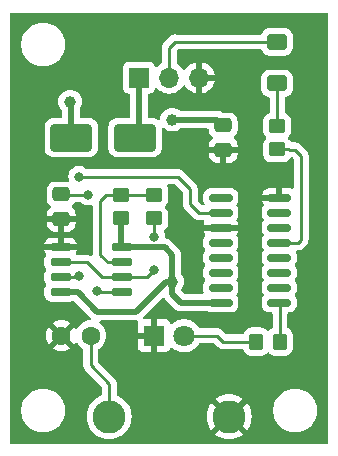
<source format=gbr>
%TF.GenerationSoftware,KiCad,Pcbnew,8.0.1*%
%TF.CreationDate,2024-11-01T11:19:19+01:00*%
%TF.ProjectId,Liquid-Sensor-Zisterne,4c697175-6964-42d5-9365-6e736f722d5a,rev?*%
%TF.SameCoordinates,Original*%
%TF.FileFunction,Copper,L1,Top*%
%TF.FilePolarity,Positive*%
%FSLAX46Y46*%
G04 Gerber Fmt 4.6, Leading zero omitted, Abs format (unit mm)*
G04 Created by KiCad (PCBNEW 8.0.1) date 2024-11-01 11:19:19*
%MOMM*%
%LPD*%
G01*
G04 APERTURE LIST*
G04 Aperture macros list*
%AMRoundRect*
0 Rectangle with rounded corners*
0 $1 Rounding radius*
0 $2 $3 $4 $5 $6 $7 $8 $9 X,Y pos of 4 corners*
0 Add a 4 corners polygon primitive as box body*
4,1,4,$2,$3,$4,$5,$6,$7,$8,$9,$2,$3,0*
0 Add four circle primitives for the rounded corners*
1,1,$1+$1,$2,$3*
1,1,$1+$1,$4,$5*
1,1,$1+$1,$6,$7*
1,1,$1+$1,$8,$9*
0 Add four rect primitives between the rounded corners*
20,1,$1+$1,$2,$3,$4,$5,0*
20,1,$1+$1,$4,$5,$6,$7,0*
20,1,$1+$1,$6,$7,$8,$9,0*
20,1,$1+$1,$8,$9,$2,$3,0*%
G04 Aperture macros list end*
%TA.AperFunction,SMDPad,CuDef*%
%ADD10RoundRect,0.250000X-0.350000X-0.450000X0.350000X-0.450000X0.350000X0.450000X-0.350000X0.450000X0*%
%TD*%
%TA.AperFunction,SMDPad,CuDef*%
%ADD11RoundRect,0.250000X-0.600000X0.400000X-0.600000X-0.400000X0.600000X-0.400000X0.600000X0.400000X0*%
%TD*%
%TA.AperFunction,ComponentPad*%
%ADD12C,2.800000*%
%TD*%
%TA.AperFunction,SMDPad,CuDef*%
%ADD13RoundRect,0.250000X0.475000X-0.337500X0.475000X0.337500X-0.475000X0.337500X-0.475000X-0.337500X0*%
%TD*%
%TA.AperFunction,SMDPad,CuDef*%
%ADD14RoundRect,0.250000X-1.500000X-0.900000X1.500000X-0.900000X1.500000X0.900000X-1.500000X0.900000X0*%
%TD*%
%TA.AperFunction,ComponentPad*%
%ADD15R,1.700000X1.700000*%
%TD*%
%TA.AperFunction,ComponentPad*%
%ADD16O,1.700000X1.700000*%
%TD*%
%TA.AperFunction,SMDPad,CuDef*%
%ADD17RoundRect,0.250000X0.450000X-0.350000X0.450000X0.350000X-0.450000X0.350000X-0.450000X-0.350000X0*%
%TD*%
%TA.AperFunction,SMDPad,CuDef*%
%ADD18RoundRect,0.250000X-0.450000X0.350000X-0.450000X-0.350000X0.450000X-0.350000X0.450000X0.350000X0*%
%TD*%
%TA.AperFunction,ComponentPad*%
%ADD19R,1.800000X1.800000*%
%TD*%
%TA.AperFunction,ComponentPad*%
%ADD20C,1.800000*%
%TD*%
%TA.AperFunction,SMDPad,CuDef*%
%ADD21RoundRect,0.150000X0.825000X0.150000X-0.825000X0.150000X-0.825000X-0.150000X0.825000X-0.150000X0*%
%TD*%
%TA.AperFunction,SMDPad,CuDef*%
%ADD22RoundRect,0.250000X-0.475000X0.337500X-0.475000X-0.337500X0.475000X-0.337500X0.475000X0.337500X0*%
%TD*%
%TA.AperFunction,ComponentPad*%
%ADD23C,1.600000*%
%TD*%
%TA.AperFunction,SMDPad,CuDef*%
%ADD24RoundRect,0.150000X-0.725000X-0.150000X0.725000X-0.150000X0.725000X0.150000X-0.725000X0.150000X0*%
%TD*%
%TA.AperFunction,ViaPad*%
%ADD25C,0.800000*%
%TD*%
%TA.AperFunction,ViaPad*%
%ADD26C,1.000000*%
%TD*%
%TA.AperFunction,Conductor*%
%ADD27C,0.250000*%
%TD*%
%TA.AperFunction,Conductor*%
%ADD28C,0.500000*%
%TD*%
G04 APERTURE END LIST*
D10*
%TO.P,R4,1*%
%TO.N,Net-(D2-A)*%
X166894000Y-86360000D03*
%TO.P,R4,2*%
%TO.N,Net-(U2-Q11)*%
X168894000Y-86360000D03*
%TD*%
D11*
%TO.P,D3,1,K*%
%TO.N,/f_Out_x\u005C16*%
X168656000Y-60988000D03*
%TO.P,D3,2,A*%
%TO.N,Net-(D3-A)*%
X168656000Y-64488000D03*
%TD*%
D12*
%TO.P,J3,1,Pin_1*%
%TO.N,GND*%
X164592000Y-92710000D03*
%TD*%
D13*
%TO.P,C3,1*%
%TO.N,GND*%
X164084000Y-70125500D03*
%TO.P,C3,2*%
%TO.N,+12V*%
X164084000Y-68050500D03*
%TD*%
D14*
%TO.P,D1,1,K*%
%TO.N,+12V*%
X151224000Y-69088000D03*
%TO.P,D1,2,A*%
%TO.N,Net-(D1-A)*%
X156624000Y-69088000D03*
%TD*%
D15*
%TO.P,J1,1,Pin_1*%
%TO.N,Net-(D1-A)*%
X156972000Y-64008000D03*
D16*
%TO.P,J1,2,Pin_2*%
%TO.N,/f_Out_x\u005C16*%
X159512000Y-64008000D03*
%TO.P,J1,3,Pin_3*%
%TO.N,GND*%
X162052000Y-64008000D03*
%TD*%
D17*
%TO.P,R1,1*%
%TO.N,+12V*%
X155448000Y-75930000D03*
%TO.P,R1,2*%
%TO.N,Net-(U1-DIS)*%
X155448000Y-73930000D03*
%TD*%
D18*
%TO.P,R2,1*%
%TO.N,Net-(U1-DIS)*%
X158242000Y-73930000D03*
%TO.P,R2,2*%
%TO.N,Net-(J2-Pin_1)*%
X158242000Y-75930000D03*
%TD*%
D12*
%TO.P,J2,1,Pin_1*%
%TO.N,Net-(J2-Pin_1)*%
X154432000Y-92710000D03*
%TD*%
D19*
%TO.P,D2,1,K*%
%TO.N,GND*%
X158237000Y-85852000D03*
D20*
%TO.P,D2,2,A*%
%TO.N,Net-(D2-A)*%
X160777000Y-85852000D03*
%TD*%
D21*
%TO.P,U2,1,Q11*%
%TO.N,Net-(U2-Q11)*%
X168845000Y-83058000D03*
%TO.P,U2,2,Q5*%
%TO.N,unconnected-(U2-Q5-Pad2)*%
X168845000Y-81788000D03*
%TO.P,U2,3,Q4*%
%TO.N,unconnected-(U2-Q4-Pad3)*%
X168845000Y-80518000D03*
%TO.P,U2,4,Q6*%
%TO.N,unconnected-(U2-Q6-Pad4)*%
X168845000Y-79248000D03*
%TO.P,U2,5,Q3*%
%TO.N,Net-(U2-Q3)*%
X168845000Y-77978000D03*
%TO.P,U2,6,Q2*%
%TO.N,unconnected-(U2-Q2-Pad6)*%
X168845000Y-76708000D03*
%TO.P,U2,7,Q1*%
%TO.N,unconnected-(U2-Q1-Pad7)*%
X168845000Y-75438000D03*
%TO.P,U2,8,VSS*%
%TO.N,GND*%
X168845000Y-74168000D03*
%TO.P,U2,9,Q0*%
%TO.N,unconnected-(U2-Q0-Pad9)*%
X163895000Y-74168000D03*
%TO.P,U2,10,CLK*%
%TO.N,/f_Out*%
X163895000Y-75438000D03*
%TO.P,U2,11,Reset*%
%TO.N,GND*%
X163895000Y-76708000D03*
%TO.P,U2,12,Q8*%
%TO.N,unconnected-(U2-Q8-Pad12)*%
X163895000Y-77978000D03*
%TO.P,U2,13,Q7*%
%TO.N,unconnected-(U2-Q7-Pad13)*%
X163895000Y-79248000D03*
%TO.P,U2,14,Q9*%
%TO.N,unconnected-(U2-Q9-Pad14)*%
X163895000Y-80518000D03*
%TO.P,U2,15,Q10*%
%TO.N,unconnected-(U2-Q10-Pad15)*%
X163895000Y-81788000D03*
%TO.P,U2,16,VDD*%
%TO.N,+12V*%
X163895000Y-83058000D03*
%TD*%
D22*
%TO.P,C1,1*%
%TO.N,Net-(U1-CV)*%
X150368000Y-73892500D03*
%TO.P,C1,2*%
%TO.N,GND*%
X150368000Y-75967500D03*
%TD*%
D23*
%TO.P,C2,1*%
%TO.N,GND*%
X150388000Y-85852000D03*
%TO.P,C2,2*%
%TO.N,Net-(J2-Pin_1)*%
X152888000Y-85852000D03*
%TD*%
D18*
%TO.P,R3,1*%
%TO.N,Net-(D3-A)*%
X168656000Y-68088000D03*
%TO.P,R3,2*%
%TO.N,Net-(U2-Q3)*%
X168656000Y-70088000D03*
%TD*%
D24*
%TO.P,U1,1,GND*%
%TO.N,GND*%
X150333000Y-78359000D03*
%TO.P,U1,2,TR*%
%TO.N,Net-(J2-Pin_1)*%
X150333000Y-79629000D03*
%TO.P,U1,3,Q*%
%TO.N,/f_Out*%
X150333000Y-80899000D03*
%TO.P,U1,4,R*%
%TO.N,+12V*%
X150333000Y-82169000D03*
%TO.P,U1,5,CV*%
%TO.N,Net-(U1-CV)*%
X155483000Y-82169000D03*
%TO.P,U1,6,THR*%
%TO.N,Net-(J2-Pin_1)*%
X155483000Y-80899000D03*
%TO.P,U1,7,DIS*%
%TO.N,Net-(U1-DIS)*%
X155483000Y-79629000D03*
%TO.P,U1,8,VCC*%
%TO.N,+12V*%
X155483000Y-78359000D03*
%TD*%
D25*
%TO.N,Net-(U1-CV)*%
X153416000Y-82042000D03*
X152654000Y-73914000D03*
D26*
%TO.N,GND*%
X162127000Y-76708000D03*
X148336000Y-75946000D03*
X162127000Y-70104000D03*
D25*
%TO.N,Net-(J2-Pin_1)*%
X158242000Y-77470000D03*
X158242000Y-80264000D03*
D26*
%TO.N,+12V*%
X159766000Y-67564000D03*
X159766000Y-81280000D03*
X151130000Y-66040000D03*
D25*
%TO.N,/f_Out*%
X151892000Y-72390000D03*
X151892000Y-80772000D03*
%TD*%
D27*
%TO.N,Net-(U1-CV)*%
X155483000Y-82169000D02*
X153543000Y-82169000D01*
X152654000Y-73914000D02*
X150389500Y-73914000D01*
X150389500Y-73914000D02*
X150368000Y-73892500D01*
X153543000Y-82169000D02*
X153416000Y-82042000D01*
D28*
%TO.N,GND*%
X166624000Y-74168000D02*
X166370000Y-73914000D01*
X150368000Y-75967500D02*
X150368000Y-78324000D01*
X150368000Y-78324000D02*
X150333000Y-78359000D01*
X165862000Y-72390000D02*
X164846000Y-72390000D01*
X162127000Y-76708000D02*
X163895000Y-76708000D01*
X164062500Y-70104000D02*
X164084000Y-70125500D01*
X166370000Y-73914000D02*
X166370000Y-72898000D01*
X162127000Y-70104000D02*
X164062500Y-70104000D01*
X164084000Y-71628000D02*
X164084000Y-70125500D01*
X168845000Y-74168000D02*
X166624000Y-74168000D01*
X148336000Y-75946000D02*
X150346500Y-75946000D01*
X164846000Y-72390000D02*
X164084000Y-71628000D01*
X166370000Y-72898000D02*
X165862000Y-72390000D01*
X150346500Y-75946000D02*
X150368000Y-75967500D01*
D27*
%TO.N,Net-(J2-Pin_1)*%
X153797000Y-80899000D02*
X155483000Y-80899000D01*
X152888000Y-85852000D02*
X152888000Y-88372000D01*
X157607000Y-80899000D02*
X158242000Y-80264000D01*
X150333000Y-79629000D02*
X152527000Y-79629000D01*
X152888000Y-88372000D02*
X154432000Y-89916000D01*
X152527000Y-79629000D02*
X153797000Y-80899000D01*
X155483000Y-80899000D02*
X157607000Y-80899000D01*
X158242000Y-77470000D02*
X158242000Y-75930000D01*
X154432000Y-89916000D02*
X154432000Y-92710000D01*
D28*
%TO.N,+12V*%
X155448000Y-78324000D02*
X155483000Y-78359000D01*
X153416000Y-83820000D02*
X156718000Y-83820000D01*
X159131000Y-78359000D02*
X159766000Y-78994000D01*
X159766000Y-67564000D02*
X163597500Y-67564000D01*
X151224000Y-69088000D02*
X151224000Y-66134000D01*
X159766000Y-78994000D02*
X159766000Y-81280000D01*
X159766000Y-82296000D02*
X160528000Y-83058000D01*
X151224000Y-66134000D02*
X151130000Y-66040000D01*
X163597500Y-67564000D02*
X164084000Y-68050500D01*
X159258000Y-81280000D02*
X159766000Y-81280000D01*
X150333000Y-82169000D02*
X151765000Y-82169000D01*
X155448000Y-75930000D02*
X155448000Y-78324000D01*
X160528000Y-83058000D02*
X163895000Y-83058000D01*
X151765000Y-82169000D02*
X153416000Y-83820000D01*
X155483000Y-78359000D02*
X159131000Y-78359000D01*
X159766000Y-81280000D02*
X159766000Y-82296000D01*
X156718000Y-83820000D02*
X159258000Y-81280000D01*
%TO.N,Net-(D1-A)*%
X156972000Y-68740000D02*
X156624000Y-69088000D01*
X156972000Y-64008000D02*
X156972000Y-68740000D01*
D27*
%TO.N,Net-(D2-A)*%
X164084000Y-86360000D02*
X166894000Y-86360000D01*
X160777000Y-85852000D02*
X163576000Y-85852000D01*
X163576000Y-85852000D02*
X164084000Y-86360000D01*
%TO.N,/f_Out_x\u005C16*%
X159512000Y-64008000D02*
X159512000Y-61468000D01*
X159512000Y-61468000D02*
X160020000Y-60960000D01*
X160048000Y-60988000D02*
X168656000Y-60988000D01*
X160020000Y-60960000D02*
X160048000Y-60988000D01*
%TO.N,Net-(U1-DIS)*%
X154305000Y-79629000D02*
X153670000Y-78994000D01*
X153670000Y-78994000D02*
X153670000Y-74422000D01*
X153670000Y-74422000D02*
X154178000Y-73914000D01*
X154194000Y-73930000D02*
X155448000Y-73930000D01*
X154178000Y-73914000D02*
X154194000Y-73930000D01*
X155483000Y-79629000D02*
X154305000Y-79629000D01*
X158242000Y-73930000D02*
X155448000Y-73930000D01*
%TO.N,Net-(U2-Q3)*%
X170688000Y-77724000D02*
X170688000Y-70612000D01*
X170688000Y-70612000D02*
X170180000Y-70104000D01*
X170434000Y-77978000D02*
X170688000Y-77724000D01*
X168845000Y-77978000D02*
X170434000Y-77978000D01*
X170180000Y-70104000D02*
X169672000Y-70104000D01*
X169672000Y-70104000D02*
X169656000Y-70088000D01*
X169656000Y-70088000D02*
X168656000Y-70088000D01*
%TO.N,Net-(U2-Q11)*%
X168894000Y-83107000D02*
X168845000Y-83058000D01*
X168894000Y-86360000D02*
X168894000Y-83107000D01*
%TO.N,/f_Out*%
X151892000Y-72390000D02*
X160274000Y-72390000D01*
X161290000Y-73406000D02*
X161290000Y-74676000D01*
X162052000Y-75438000D02*
X163895000Y-75438000D01*
X160274000Y-72390000D02*
X161290000Y-73406000D01*
X151765000Y-80899000D02*
X151892000Y-80772000D01*
X150333000Y-80899000D02*
X151765000Y-80899000D01*
X161290000Y-74676000D02*
X162052000Y-75438000D01*
%TO.N,Net-(D3-A)*%
X168656000Y-68088000D02*
X168656000Y-64488000D01*
%TD*%
%TA.AperFunction,Conductor*%
%TO.N,GND*%
G36*
X172942539Y-58520185D02*
G01*
X172988294Y-58572989D01*
X172999500Y-58624500D01*
X172999500Y-94875500D01*
X172979815Y-94942539D01*
X172927011Y-94988294D01*
X172875500Y-94999500D01*
X146124500Y-94999500D01*
X146057461Y-94979815D01*
X146011706Y-94927011D01*
X146000500Y-94875500D01*
X146000500Y-92323288D01*
X146993500Y-92323288D01*
X147025161Y-92563785D01*
X147087947Y-92798104D01*
X147180773Y-93022205D01*
X147180776Y-93022212D01*
X147302064Y-93232289D01*
X147302066Y-93232292D01*
X147302067Y-93232293D01*
X147449733Y-93424736D01*
X147449739Y-93424743D01*
X147621256Y-93596260D01*
X147621262Y-93596265D01*
X147813711Y-93743936D01*
X148023788Y-93865224D01*
X148247900Y-93958054D01*
X148482211Y-94020838D01*
X148662586Y-94044584D01*
X148722711Y-94052500D01*
X148722712Y-94052500D01*
X148965289Y-94052500D01*
X149013388Y-94046167D01*
X149205789Y-94020838D01*
X149440100Y-93958054D01*
X149664212Y-93865224D01*
X149874289Y-93743936D01*
X150066738Y-93596265D01*
X150238265Y-93424738D01*
X150385936Y-93232289D01*
X150507224Y-93022212D01*
X150600054Y-92798100D01*
X150662838Y-92563789D01*
X150694500Y-92323288D01*
X150694500Y-92080712D01*
X150662838Y-91840211D01*
X150600054Y-91605900D01*
X150507224Y-91381788D01*
X150385936Y-91171711D01*
X150238265Y-90979262D01*
X150238260Y-90979256D01*
X150066743Y-90807739D01*
X150066736Y-90807733D01*
X149874293Y-90660067D01*
X149874292Y-90660066D01*
X149874289Y-90660064D01*
X149664212Y-90538776D01*
X149664205Y-90538773D01*
X149440104Y-90445947D01*
X149205785Y-90383161D01*
X148965289Y-90351500D01*
X148965288Y-90351500D01*
X148722712Y-90351500D01*
X148722711Y-90351500D01*
X148482214Y-90383161D01*
X148247895Y-90445947D01*
X148023794Y-90538773D01*
X148023785Y-90538777D01*
X147813706Y-90660067D01*
X147621263Y-90807733D01*
X147621256Y-90807739D01*
X147449739Y-90979256D01*
X147449733Y-90979263D01*
X147302067Y-91171706D01*
X147180777Y-91381785D01*
X147180773Y-91381794D01*
X147087947Y-91605895D01*
X147025161Y-91840214D01*
X146993500Y-92080711D01*
X146993500Y-92323288D01*
X146000500Y-92323288D01*
X146000500Y-82384701D01*
X148957500Y-82384701D01*
X148960401Y-82421567D01*
X148960402Y-82421573D01*
X149006254Y-82579393D01*
X149006255Y-82579396D01*
X149089917Y-82720862D01*
X149089923Y-82720870D01*
X149206129Y-82837076D01*
X149206133Y-82837079D01*
X149206135Y-82837081D01*
X149347602Y-82920744D01*
X149360269Y-82924424D01*
X149505426Y-82966597D01*
X149505429Y-82966597D01*
X149505431Y-82966598D01*
X149542306Y-82969500D01*
X149542314Y-82969500D01*
X151123686Y-82969500D01*
X151123694Y-82969500D01*
X151160569Y-82966598D01*
X151160571Y-82966597D01*
X151160573Y-82966597D01*
X151305733Y-82924424D01*
X151340328Y-82919500D01*
X151402770Y-82919500D01*
X151469809Y-82939185D01*
X151490451Y-82955819D01*
X152833049Y-84298416D01*
X152833050Y-84298417D01*
X152877592Y-84342960D01*
X152911077Y-84404283D01*
X152906091Y-84473975D01*
X152864219Y-84529908D01*
X152800718Y-84554168D01*
X152661312Y-84566364D01*
X152661302Y-84566366D01*
X152441511Y-84625258D01*
X152441502Y-84625261D01*
X152235267Y-84721431D01*
X152235265Y-84721432D01*
X152048858Y-84851954D01*
X151887954Y-85012858D01*
X151757432Y-85199265D01*
X151757429Y-85199270D01*
X151750104Y-85214979D01*
X151703929Y-85267417D01*
X151636735Y-85286566D01*
X151569855Y-85266347D01*
X151525341Y-85214973D01*
X151518133Y-85199515D01*
X151518132Y-85199513D01*
X151467025Y-85126526D01*
X150788000Y-85805551D01*
X150788000Y-85799339D01*
X150760741Y-85697606D01*
X150708080Y-85606394D01*
X150633606Y-85531920D01*
X150542394Y-85479259D01*
X150440661Y-85452000D01*
X150434448Y-85452000D01*
X151113472Y-84772974D01*
X151040478Y-84721863D01*
X150834331Y-84625735D01*
X150834317Y-84625730D01*
X150614610Y-84566860D01*
X150614599Y-84566858D01*
X150388002Y-84547034D01*
X150387998Y-84547034D01*
X150161400Y-84566858D01*
X150161389Y-84566860D01*
X149941682Y-84625730D01*
X149941673Y-84625734D01*
X149735516Y-84721866D01*
X149735512Y-84721868D01*
X149662526Y-84772973D01*
X149662526Y-84772974D01*
X150341553Y-85452000D01*
X150335339Y-85452000D01*
X150233606Y-85479259D01*
X150142394Y-85531920D01*
X150067920Y-85606394D01*
X150015259Y-85697606D01*
X149988000Y-85799339D01*
X149988000Y-85805552D01*
X149308974Y-85126526D01*
X149308973Y-85126526D01*
X149257868Y-85199512D01*
X149257866Y-85199516D01*
X149161734Y-85405673D01*
X149161730Y-85405682D01*
X149102860Y-85625389D01*
X149102858Y-85625400D01*
X149083034Y-85851997D01*
X149083034Y-85852002D01*
X149102858Y-86078599D01*
X149102860Y-86078610D01*
X149161730Y-86298317D01*
X149161735Y-86298331D01*
X149257863Y-86504478D01*
X149308974Y-86577472D01*
X149988000Y-85898446D01*
X149988000Y-85904661D01*
X150015259Y-86006394D01*
X150067920Y-86097606D01*
X150142394Y-86172080D01*
X150233606Y-86224741D01*
X150335339Y-86252000D01*
X150341553Y-86252000D01*
X149662526Y-86931025D01*
X149735513Y-86982132D01*
X149735521Y-86982136D01*
X149941668Y-87078264D01*
X149941682Y-87078269D01*
X150161389Y-87137139D01*
X150161400Y-87137141D01*
X150387998Y-87156966D01*
X150388002Y-87156966D01*
X150614599Y-87137141D01*
X150614610Y-87137139D01*
X150834317Y-87078269D01*
X150834331Y-87078264D01*
X151040478Y-86982136D01*
X151113471Y-86931024D01*
X150434447Y-86252000D01*
X150440661Y-86252000D01*
X150542394Y-86224741D01*
X150633606Y-86172080D01*
X150708080Y-86097606D01*
X150760741Y-86006394D01*
X150788000Y-85904661D01*
X150788000Y-85898447D01*
X151467024Y-86577471D01*
X151518134Y-86504481D01*
X151525340Y-86489028D01*
X151571511Y-86436587D01*
X151638704Y-86417433D01*
X151705585Y-86437646D01*
X151750105Y-86489022D01*
X151757430Y-86504730D01*
X151757432Y-86504734D01*
X151887954Y-86691141D01*
X152048858Y-86852045D01*
X152209623Y-86964613D01*
X152253248Y-87019189D01*
X152262500Y-87066188D01*
X152262500Y-88433611D01*
X152286535Y-88554444D01*
X152286540Y-88554461D01*
X152333685Y-88668280D01*
X152333690Y-88668289D01*
X152367914Y-88719507D01*
X152367915Y-88719509D01*
X152402141Y-88770733D01*
X152493586Y-88862178D01*
X152493608Y-88862198D01*
X153770181Y-90138771D01*
X153803666Y-90200094D01*
X153806500Y-90226452D01*
X153806500Y-90828813D01*
X153786815Y-90895852D01*
X153734011Y-90941607D01*
X153725834Y-90944994D01*
X153640493Y-90976825D01*
X153640481Y-90976830D01*
X153401892Y-91107109D01*
X153401891Y-91107110D01*
X153184259Y-91270028D01*
X153184247Y-91270038D01*
X152992038Y-91462247D01*
X152992028Y-91462259D01*
X152829110Y-91679891D01*
X152829109Y-91679892D01*
X152698830Y-91918480D01*
X152698751Y-91918693D01*
X152603825Y-92173199D01*
X152603824Y-92173202D01*
X152603823Y-92173206D01*
X152546040Y-92438832D01*
X152546039Y-92438839D01*
X152526645Y-92709998D01*
X152526645Y-92710001D01*
X152546039Y-92981160D01*
X152546040Y-92981167D01*
X152559181Y-93041574D01*
X152603825Y-93246801D01*
X152634981Y-93330332D01*
X152698830Y-93501519D01*
X152829109Y-93740107D01*
X152829110Y-93740108D01*
X152829113Y-93740113D01*
X152992029Y-93957742D01*
X152992033Y-93957746D01*
X152992038Y-93957752D01*
X153184247Y-94149961D01*
X153184253Y-94149966D01*
X153184258Y-94149971D01*
X153401887Y-94312887D01*
X153401891Y-94312889D01*
X153401892Y-94312890D01*
X153640481Y-94443169D01*
X153640480Y-94443169D01*
X153640484Y-94443170D01*
X153640487Y-94443172D01*
X153895199Y-94538175D01*
X154160840Y-94595961D01*
X154412605Y-94613967D01*
X154431999Y-94615355D01*
X154432000Y-94615355D01*
X154432001Y-94615355D01*
X154450100Y-94614060D01*
X154703160Y-94595961D01*
X154968801Y-94538175D01*
X155223513Y-94443172D01*
X155223517Y-94443169D01*
X155223519Y-94443169D01*
X155342813Y-94378029D01*
X155462113Y-94312887D01*
X155679742Y-94149971D01*
X155871971Y-93957742D01*
X156034887Y-93740113D01*
X156165172Y-93501513D01*
X156260175Y-93246801D01*
X156317961Y-92981160D01*
X156337355Y-92710001D01*
X162687147Y-92710001D01*
X162706536Y-92981090D01*
X162706537Y-92981097D01*
X162764305Y-93246654D01*
X162859285Y-93501306D01*
X162859287Y-93501310D01*
X162989532Y-93739835D01*
X162989537Y-93739843D01*
X163083321Y-93865123D01*
X163083322Y-93865124D01*
X163952690Y-92995756D01*
X163971668Y-93041574D01*
X164048274Y-93156224D01*
X164145776Y-93253726D01*
X164260426Y-93330332D01*
X164306242Y-93349309D01*
X163436874Y-94218676D01*
X163562163Y-94312466D01*
X163562164Y-94312467D01*
X163800689Y-94442712D01*
X163800693Y-94442714D01*
X164055345Y-94537694D01*
X164320902Y-94595462D01*
X164320909Y-94595463D01*
X164591999Y-94614853D01*
X164592001Y-94614853D01*
X164863090Y-94595463D01*
X164863097Y-94595462D01*
X165128654Y-94537694D01*
X165383306Y-94442714D01*
X165383310Y-94442712D01*
X165621844Y-94312462D01*
X165747123Y-94218677D01*
X165747124Y-94218676D01*
X164877757Y-93349309D01*
X164923574Y-93330332D01*
X165038224Y-93253726D01*
X165135726Y-93156224D01*
X165212332Y-93041574D01*
X165231309Y-92995757D01*
X166100676Y-93865124D01*
X166100677Y-93865123D01*
X166194462Y-93739844D01*
X166324712Y-93501310D01*
X166324714Y-93501306D01*
X166419694Y-93246654D01*
X166477462Y-92981097D01*
X166477463Y-92981090D01*
X166496853Y-92710001D01*
X166496853Y-92709998D01*
X166477463Y-92438909D01*
X166477462Y-92438902D01*
X166452312Y-92323288D01*
X168329500Y-92323288D01*
X168361161Y-92563785D01*
X168423947Y-92798104D01*
X168516773Y-93022205D01*
X168516776Y-93022212D01*
X168638064Y-93232289D01*
X168638066Y-93232292D01*
X168638067Y-93232293D01*
X168785733Y-93424736D01*
X168785739Y-93424743D01*
X168957256Y-93596260D01*
X168957262Y-93596265D01*
X169149711Y-93743936D01*
X169359788Y-93865224D01*
X169583900Y-93958054D01*
X169818211Y-94020838D01*
X169998586Y-94044584D01*
X170058711Y-94052500D01*
X170058712Y-94052500D01*
X170301289Y-94052500D01*
X170349388Y-94046167D01*
X170541789Y-94020838D01*
X170776100Y-93958054D01*
X171000212Y-93865224D01*
X171210289Y-93743936D01*
X171402738Y-93596265D01*
X171574265Y-93424738D01*
X171721936Y-93232289D01*
X171843224Y-93022212D01*
X171936054Y-92798100D01*
X171998838Y-92563789D01*
X172030500Y-92323288D01*
X172030500Y-92080712D01*
X171998838Y-91840211D01*
X171936054Y-91605900D01*
X171843224Y-91381788D01*
X171721936Y-91171711D01*
X171574265Y-90979262D01*
X171574260Y-90979256D01*
X171402743Y-90807739D01*
X171402736Y-90807733D01*
X171210293Y-90660067D01*
X171210292Y-90660066D01*
X171210289Y-90660064D01*
X171000212Y-90538776D01*
X171000205Y-90538773D01*
X170776104Y-90445947D01*
X170541785Y-90383161D01*
X170301289Y-90351500D01*
X170301288Y-90351500D01*
X170058712Y-90351500D01*
X170058711Y-90351500D01*
X169818214Y-90383161D01*
X169583895Y-90445947D01*
X169359794Y-90538773D01*
X169359785Y-90538777D01*
X169149706Y-90660067D01*
X168957263Y-90807733D01*
X168957256Y-90807739D01*
X168785739Y-90979256D01*
X168785733Y-90979263D01*
X168638067Y-91171706D01*
X168516777Y-91381785D01*
X168516773Y-91381794D01*
X168423947Y-91605895D01*
X168361161Y-91840214D01*
X168329500Y-92080711D01*
X168329500Y-92323288D01*
X166452312Y-92323288D01*
X166419694Y-92173345D01*
X166324714Y-91918693D01*
X166324712Y-91918689D01*
X166194467Y-91680164D01*
X166194466Y-91680163D01*
X166100676Y-91554874D01*
X165231309Y-92424242D01*
X165212332Y-92378426D01*
X165135726Y-92263776D01*
X165038224Y-92166274D01*
X164923574Y-92089668D01*
X164877757Y-92070690D01*
X165747124Y-91201322D01*
X165747123Y-91201321D01*
X165621843Y-91107537D01*
X165621835Y-91107532D01*
X165383310Y-90977287D01*
X165383306Y-90977285D01*
X165128654Y-90882305D01*
X164863097Y-90824537D01*
X164863090Y-90824536D01*
X164592001Y-90805147D01*
X164591999Y-90805147D01*
X164320909Y-90824536D01*
X164320902Y-90824537D01*
X164055345Y-90882305D01*
X163800693Y-90977285D01*
X163800689Y-90977287D01*
X163562164Y-91107532D01*
X163562156Y-91107537D01*
X163436875Y-91201321D01*
X163436874Y-91201322D01*
X164306242Y-92070690D01*
X164260426Y-92089668D01*
X164145776Y-92166274D01*
X164048274Y-92263776D01*
X163971668Y-92378426D01*
X163952690Y-92424242D01*
X163083322Y-91554874D01*
X163083321Y-91554875D01*
X162989537Y-91680156D01*
X162989532Y-91680164D01*
X162859287Y-91918689D01*
X162859285Y-91918693D01*
X162764305Y-92173345D01*
X162706537Y-92438902D01*
X162706536Y-92438909D01*
X162687147Y-92709998D01*
X162687147Y-92710001D01*
X156337355Y-92710001D01*
X156337355Y-92710000D01*
X156317961Y-92438840D01*
X156260175Y-92173199D01*
X156165172Y-91918487D01*
X156165170Y-91918484D01*
X156165169Y-91918480D01*
X156034890Y-91679892D01*
X156034889Y-91679891D01*
X156034887Y-91679887D01*
X155871971Y-91462258D01*
X155871966Y-91462253D01*
X155871961Y-91462247D01*
X155679752Y-91270038D01*
X155679746Y-91270033D01*
X155679742Y-91270029D01*
X155462113Y-91107113D01*
X155462108Y-91107110D01*
X155462107Y-91107109D01*
X155223518Y-90976830D01*
X155223506Y-90976825D01*
X155138166Y-90944994D01*
X155082232Y-90903123D01*
X155057816Y-90837658D01*
X155057500Y-90828813D01*
X155057500Y-89854396D01*
X155057500Y-89854394D01*
X155033463Y-89733548D01*
X155033461Y-89733543D01*
X155013962Y-89686468D01*
X155013947Y-89686435D01*
X155013932Y-89686397D01*
X154986312Y-89619715D01*
X154969256Y-89594190D01*
X154917858Y-89517267D01*
X154917856Y-89517264D01*
X154827637Y-89427045D01*
X154827606Y-89427016D01*
X153549819Y-88149229D01*
X153516334Y-88087906D01*
X153513500Y-88061548D01*
X153513500Y-87066188D01*
X153533185Y-86999149D01*
X153566377Y-86964613D01*
X153634260Y-86917081D01*
X153727139Y-86852047D01*
X153888047Y-86691139D01*
X154018568Y-86504734D01*
X154114739Y-86298496D01*
X154173635Y-86078692D01*
X154193468Y-85852000D01*
X154173635Y-85625308D01*
X154114739Y-85405504D01*
X154018568Y-85199266D01*
X153888047Y-85012861D01*
X153888045Y-85012858D01*
X153727141Y-84851954D01*
X153647336Y-84796075D01*
X153603711Y-84741499D01*
X153596517Y-84672001D01*
X153628039Y-84609646D01*
X153688269Y-84574231D01*
X153718459Y-84570500D01*
X156767050Y-84570500D01*
X156834089Y-84590185D01*
X156879844Y-84642989D01*
X156889788Y-84712147D01*
X156883232Y-84737833D01*
X156843403Y-84844620D01*
X156843401Y-84844627D01*
X156837000Y-84904155D01*
X156837000Y-85602000D01*
X157861722Y-85602000D01*
X157817667Y-85678306D01*
X157787000Y-85792756D01*
X157787000Y-85911244D01*
X157817667Y-86025694D01*
X157861722Y-86102000D01*
X156837000Y-86102000D01*
X156837000Y-86799844D01*
X156843401Y-86859372D01*
X156843403Y-86859379D01*
X156893645Y-86994086D01*
X156893649Y-86994093D01*
X156979809Y-87109187D01*
X156979812Y-87109190D01*
X157094906Y-87195350D01*
X157094913Y-87195354D01*
X157229620Y-87245596D01*
X157229627Y-87245598D01*
X157289155Y-87251999D01*
X157289172Y-87252000D01*
X157987000Y-87252000D01*
X157987000Y-86227277D01*
X158063306Y-86271333D01*
X158177756Y-86302000D01*
X158296244Y-86302000D01*
X158410694Y-86271333D01*
X158487000Y-86227277D01*
X158487000Y-87252000D01*
X159184828Y-87252000D01*
X159184844Y-87251999D01*
X159244372Y-87245598D01*
X159244379Y-87245596D01*
X159379086Y-87195354D01*
X159379093Y-87195350D01*
X159494187Y-87109190D01*
X159494190Y-87109187D01*
X159580350Y-86994093D01*
X159580355Y-86994084D01*
X159609075Y-86917081D01*
X159650945Y-86861147D01*
X159716409Y-86836729D01*
X159784682Y-86851580D01*
X159816484Y-86876428D01*
X159825216Y-86885913D01*
X159825219Y-86885915D01*
X159825222Y-86885918D01*
X160008365Y-87028464D01*
X160008371Y-87028468D01*
X160008374Y-87028470D01*
X160157526Y-87109187D01*
X160194748Y-87129331D01*
X160212497Y-87138936D01*
X160265017Y-87156966D01*
X160432015Y-87214297D01*
X160432017Y-87214297D01*
X160432019Y-87214298D01*
X160660951Y-87252500D01*
X160660952Y-87252500D01*
X160893048Y-87252500D01*
X160893049Y-87252500D01*
X161121981Y-87214298D01*
X161341503Y-87138936D01*
X161545626Y-87028470D01*
X161557551Y-87019189D01*
X161630003Y-86962797D01*
X161728784Y-86885913D01*
X161885979Y-86715153D01*
X161901668Y-86691139D01*
X162004542Y-86533679D01*
X162057689Y-86488322D01*
X162108351Y-86477500D01*
X163265548Y-86477500D01*
X163332587Y-86497185D01*
X163353228Y-86513818D01*
X163598141Y-86758732D01*
X163598142Y-86758733D01*
X163676138Y-86836729D01*
X163685268Y-86845859D01*
X163787707Y-86914307D01*
X163787713Y-86914310D01*
X163787714Y-86914311D01*
X163901548Y-86961463D01*
X164022388Y-86985499D01*
X164022392Y-86985500D01*
X164022393Y-86985500D01*
X164022394Y-86985500D01*
X165721983Y-86985500D01*
X165789022Y-87005185D01*
X165834777Y-87057989D01*
X165839689Y-87070495D01*
X165859186Y-87129333D01*
X165859187Y-87129336D01*
X165865110Y-87138938D01*
X165951288Y-87278656D01*
X166075344Y-87402712D01*
X166224666Y-87494814D01*
X166391203Y-87549999D01*
X166493991Y-87560500D01*
X167294008Y-87560499D01*
X167294016Y-87560498D01*
X167294019Y-87560498D01*
X167350302Y-87554748D01*
X167396797Y-87549999D01*
X167563334Y-87494814D01*
X167712656Y-87402712D01*
X167806319Y-87309049D01*
X167867642Y-87275564D01*
X167937334Y-87280548D01*
X167981681Y-87309049D01*
X168075344Y-87402712D01*
X168224666Y-87494814D01*
X168391203Y-87549999D01*
X168493991Y-87560500D01*
X169294008Y-87560499D01*
X169294016Y-87560498D01*
X169294019Y-87560498D01*
X169350302Y-87554748D01*
X169396797Y-87549999D01*
X169563334Y-87494814D01*
X169712656Y-87402712D01*
X169836712Y-87278656D01*
X169928814Y-87129334D01*
X169983999Y-86962797D01*
X169994500Y-86860009D01*
X169994499Y-85859992D01*
X169993682Y-85851998D01*
X169983999Y-85757203D01*
X169983998Y-85757200D01*
X169948311Y-85649505D01*
X169928814Y-85590666D01*
X169836712Y-85441344D01*
X169712656Y-85317288D01*
X169578402Y-85234480D01*
X169531679Y-85182533D01*
X169519500Y-85128942D01*
X169519500Y-83982500D01*
X169539185Y-83915461D01*
X169591989Y-83869706D01*
X169643500Y-83858500D01*
X169735686Y-83858500D01*
X169735694Y-83858500D01*
X169772569Y-83855598D01*
X169772571Y-83855597D01*
X169772573Y-83855597D01*
X169814191Y-83843505D01*
X169930398Y-83809744D01*
X170071865Y-83726081D01*
X170188081Y-83609865D01*
X170271744Y-83468398D01*
X170317598Y-83310569D01*
X170320500Y-83273694D01*
X170320500Y-82842306D01*
X170317598Y-82805431D01*
X170314422Y-82794500D01*
X170271745Y-82647606D01*
X170271744Y-82647603D01*
X170271744Y-82647602D01*
X170188081Y-82506135D01*
X170188078Y-82506132D01*
X170183298Y-82499969D01*
X170185750Y-82498066D01*
X170159155Y-82449421D01*
X170164104Y-82379726D01*
X170184940Y-82347304D01*
X170183298Y-82346031D01*
X170188075Y-82339870D01*
X170188081Y-82339865D01*
X170271744Y-82198398D01*
X170317598Y-82040569D01*
X170320500Y-82003694D01*
X170320500Y-81572306D01*
X170317598Y-81535431D01*
X170317182Y-81534000D01*
X170271745Y-81377606D01*
X170271744Y-81377603D01*
X170271744Y-81377602D01*
X170188081Y-81236135D01*
X170188078Y-81236132D01*
X170183298Y-81229969D01*
X170185750Y-81228066D01*
X170159155Y-81179421D01*
X170164104Y-81109726D01*
X170184940Y-81077304D01*
X170183298Y-81076031D01*
X170188075Y-81069870D01*
X170188081Y-81069865D01*
X170271744Y-80928398D01*
X170317598Y-80770569D01*
X170320500Y-80733694D01*
X170320500Y-80302306D01*
X170317598Y-80265431D01*
X170317182Y-80264000D01*
X170271745Y-80107606D01*
X170271744Y-80107603D01*
X170271744Y-80107602D01*
X170188081Y-79966135D01*
X170188078Y-79966132D01*
X170183298Y-79959969D01*
X170185750Y-79958066D01*
X170159155Y-79909421D01*
X170164104Y-79839726D01*
X170184940Y-79807304D01*
X170183298Y-79806031D01*
X170188075Y-79799870D01*
X170188081Y-79799865D01*
X170271744Y-79658398D01*
X170317598Y-79500569D01*
X170320500Y-79463694D01*
X170320500Y-79032306D01*
X170317598Y-78995431D01*
X170314223Y-78983815D01*
X170271745Y-78837606D01*
X170271745Y-78837605D01*
X170271744Y-78837603D01*
X170271744Y-78837602D01*
X170243958Y-78790619D01*
X170226778Y-78722896D01*
X170248938Y-78656634D01*
X170303404Y-78612871D01*
X170350692Y-78603500D01*
X170495607Y-78603500D01*
X170556029Y-78591481D01*
X170616452Y-78579463D01*
X170616455Y-78579461D01*
X170616458Y-78579461D01*
X170649787Y-78565654D01*
X170649786Y-78565654D01*
X170649792Y-78565652D01*
X170730286Y-78532312D01*
X170784246Y-78496256D01*
X170832733Y-78463858D01*
X170919858Y-78376733D01*
X170919859Y-78376730D01*
X170926925Y-78369665D01*
X170926928Y-78369661D01*
X171086729Y-78209860D01*
X171086733Y-78209858D01*
X171173858Y-78122733D01*
X171242311Y-78020286D01*
X171289463Y-77906452D01*
X171298831Y-77859353D01*
X171311523Y-77795548D01*
X171311523Y-77795543D01*
X171313500Y-77785607D01*
X171313500Y-77662393D01*
X171313500Y-70550394D01*
X171300837Y-70486733D01*
X171289463Y-70429548D01*
X171242311Y-70315714D01*
X171219390Y-70281411D01*
X171173857Y-70213265D01*
X171173854Y-70213262D01*
X170672928Y-69712338D01*
X170672925Y-69712334D01*
X170672925Y-69712335D01*
X170665859Y-69705269D01*
X170665858Y-69705267D01*
X170578733Y-69618142D01*
X170578729Y-69618139D01*
X170578728Y-69618138D01*
X170501322Y-69566417D01*
X170501320Y-69566415D01*
X170501320Y-69566416D01*
X170476285Y-69549687D01*
X170436039Y-69533017D01*
X170395792Y-69516347D01*
X170362452Y-69502537D01*
X170362448Y-69502536D01*
X170362444Y-69502535D01*
X170282011Y-69486536D01*
X170282010Y-69486536D01*
X170241611Y-69478500D01*
X170241607Y-69478500D01*
X170241606Y-69478500D01*
X169896927Y-69478500D01*
X169829888Y-69458815D01*
X169791388Y-69419597D01*
X169729743Y-69319654D01*
X169698712Y-69269344D01*
X169605049Y-69175681D01*
X169571564Y-69114358D01*
X169576548Y-69044666D01*
X169605049Y-69000319D01*
X169624660Y-68980708D01*
X169698712Y-68906656D01*
X169790814Y-68757334D01*
X169845999Y-68590797D01*
X169856500Y-68488009D01*
X169856499Y-67687992D01*
X169845999Y-67585203D01*
X169790814Y-67418666D01*
X169698712Y-67269344D01*
X169574656Y-67145288D01*
X169425334Y-67053186D01*
X169366493Y-67033688D01*
X169309051Y-66993916D01*
X169282228Y-66929400D01*
X169281500Y-66915983D01*
X169281500Y-65752981D01*
X169301185Y-65685942D01*
X169353989Y-65640187D01*
X169392899Y-65629623D01*
X169393391Y-65629572D01*
X169408797Y-65627999D01*
X169575334Y-65572814D01*
X169724656Y-65480712D01*
X169848712Y-65356656D01*
X169940814Y-65207334D01*
X169995999Y-65040797D01*
X170006500Y-64938009D01*
X170006499Y-64037992D01*
X169995999Y-63935203D01*
X169940814Y-63768666D01*
X169848712Y-63619344D01*
X169724656Y-63495288D01*
X169575334Y-63403186D01*
X169408797Y-63348001D01*
X169408795Y-63348000D01*
X169306010Y-63337500D01*
X168005998Y-63337500D01*
X168005981Y-63337501D01*
X167903203Y-63348000D01*
X167903200Y-63348001D01*
X167736668Y-63403185D01*
X167736663Y-63403187D01*
X167587342Y-63495289D01*
X167463289Y-63619342D01*
X167371187Y-63768663D01*
X167371186Y-63768666D01*
X167316001Y-63935203D01*
X167316001Y-63935204D01*
X167316000Y-63935204D01*
X167305500Y-64037983D01*
X167305500Y-64938001D01*
X167305501Y-64938019D01*
X167316000Y-65040796D01*
X167316001Y-65040799D01*
X167362802Y-65182032D01*
X167371186Y-65207334D01*
X167463288Y-65356656D01*
X167587344Y-65480712D01*
X167736666Y-65572814D01*
X167903203Y-65627999D01*
X167919101Y-65629623D01*
X167983793Y-65656018D01*
X168023945Y-65713198D01*
X168030500Y-65752981D01*
X168030500Y-66915983D01*
X168010815Y-66983022D01*
X167958011Y-67028777D01*
X167945510Y-67033686D01*
X167886666Y-67053186D01*
X167886663Y-67053187D01*
X167737342Y-67145289D01*
X167613289Y-67269342D01*
X167521187Y-67418663D01*
X167521185Y-67418668D01*
X167511465Y-67448001D01*
X167466001Y-67585203D01*
X167466001Y-67585204D01*
X167466000Y-67585204D01*
X167455500Y-67687983D01*
X167455500Y-68488001D01*
X167455501Y-68488019D01*
X167466000Y-68590796D01*
X167466001Y-68590799D01*
X167521185Y-68757331D01*
X167521187Y-68757336D01*
X167613289Y-68906657D01*
X167706951Y-69000319D01*
X167740436Y-69061642D01*
X167735452Y-69131334D01*
X167706951Y-69175681D01*
X167613289Y-69269342D01*
X167521187Y-69418663D01*
X167521186Y-69418666D01*
X167466001Y-69585203D01*
X167466001Y-69585204D01*
X167466000Y-69585204D01*
X167455500Y-69687983D01*
X167455500Y-70488001D01*
X167455501Y-70488019D01*
X167466000Y-70590796D01*
X167466001Y-70590799D01*
X167521185Y-70757331D01*
X167521187Y-70757336D01*
X167543265Y-70793130D01*
X167613288Y-70906656D01*
X167737344Y-71030712D01*
X167886666Y-71122814D01*
X168053203Y-71177999D01*
X168155991Y-71188500D01*
X169156008Y-71188499D01*
X169156016Y-71188498D01*
X169156019Y-71188498D01*
X169212302Y-71182748D01*
X169258797Y-71177999D01*
X169425334Y-71122814D01*
X169574656Y-71030712D01*
X169698712Y-70906656D01*
X169768735Y-70793130D01*
X169820683Y-70746405D01*
X169889645Y-70735182D01*
X169953728Y-70763026D01*
X169961955Y-70770545D01*
X170026181Y-70834771D01*
X170059666Y-70896094D01*
X170062500Y-70922452D01*
X170062500Y-73290002D01*
X170042815Y-73357041D01*
X169990011Y-73402796D01*
X169920853Y-73412740D01*
X169903906Y-73409079D01*
X169772489Y-73370899D01*
X169735649Y-73368000D01*
X169095000Y-73368000D01*
X169095000Y-74294000D01*
X169075315Y-74361039D01*
X169022511Y-74406794D01*
X168971000Y-74418000D01*
X167372705Y-74418000D01*
X167372704Y-74418001D01*
X167372899Y-74420486D01*
X167418718Y-74578198D01*
X167502314Y-74719552D01*
X167507100Y-74725722D01*
X167504640Y-74727629D01*
X167531210Y-74776288D01*
X167526226Y-74845980D01*
X167505162Y-74878781D01*
X167506699Y-74879974D01*
X167501915Y-74886140D01*
X167418255Y-75027603D01*
X167418254Y-75027606D01*
X167372402Y-75185426D01*
X167372401Y-75185432D01*
X167369500Y-75222298D01*
X167369500Y-75653701D01*
X167372401Y-75690567D01*
X167372402Y-75690573D01*
X167418254Y-75848393D01*
X167418255Y-75848396D01*
X167501917Y-75989862D01*
X167506702Y-75996031D01*
X167504256Y-75997927D01*
X167530857Y-76046642D01*
X167525873Y-76116334D01*
X167505069Y-76148703D01*
X167506702Y-76149969D01*
X167501917Y-76156137D01*
X167418255Y-76297603D01*
X167418254Y-76297606D01*
X167372402Y-76455426D01*
X167372401Y-76455432D01*
X167369500Y-76492298D01*
X167369500Y-76923701D01*
X167372401Y-76960567D01*
X167372402Y-76960573D01*
X167418254Y-77118393D01*
X167418255Y-77118396D01*
X167501917Y-77259862D01*
X167506702Y-77266031D01*
X167504256Y-77267927D01*
X167530857Y-77316642D01*
X167525873Y-77386334D01*
X167505069Y-77418703D01*
X167506702Y-77419969D01*
X167501917Y-77426137D01*
X167418255Y-77567603D01*
X167418254Y-77567606D01*
X167372402Y-77725426D01*
X167372402Y-77725430D01*
X167369500Y-77762298D01*
X167369500Y-78193701D01*
X167372401Y-78230567D01*
X167372402Y-78230573D01*
X167418254Y-78388393D01*
X167418255Y-78388396D01*
X167501917Y-78529862D01*
X167506702Y-78536031D01*
X167504256Y-78537927D01*
X167530857Y-78586642D01*
X167525873Y-78656334D01*
X167505069Y-78688703D01*
X167506702Y-78689969D01*
X167501917Y-78696137D01*
X167418255Y-78837603D01*
X167418254Y-78837606D01*
X167372402Y-78995426D01*
X167372401Y-78995432D01*
X167369500Y-79032298D01*
X167369500Y-79463701D01*
X167372401Y-79500567D01*
X167372402Y-79500573D01*
X167418254Y-79658393D01*
X167418255Y-79658396D01*
X167501917Y-79799862D01*
X167506702Y-79806031D01*
X167504256Y-79807927D01*
X167530857Y-79856642D01*
X167525873Y-79926334D01*
X167505069Y-79958703D01*
X167506702Y-79959969D01*
X167501917Y-79966137D01*
X167418255Y-80107603D01*
X167418254Y-80107606D01*
X167372402Y-80265426D01*
X167372401Y-80265432D01*
X167369500Y-80302298D01*
X167369500Y-80733701D01*
X167372401Y-80770567D01*
X167372402Y-80770573D01*
X167418254Y-80928393D01*
X167418255Y-80928396D01*
X167501917Y-81069862D01*
X167506702Y-81076031D01*
X167504256Y-81077927D01*
X167530857Y-81126642D01*
X167525873Y-81196334D01*
X167505069Y-81228703D01*
X167506702Y-81229969D01*
X167501917Y-81236137D01*
X167418255Y-81377603D01*
X167418254Y-81377606D01*
X167372402Y-81535426D01*
X167372401Y-81535432D01*
X167369500Y-81572298D01*
X167369500Y-82003701D01*
X167372401Y-82040567D01*
X167372402Y-82040573D01*
X167418254Y-82198393D01*
X167418255Y-82198396D01*
X167501917Y-82339862D01*
X167506702Y-82346031D01*
X167504256Y-82347927D01*
X167530857Y-82396642D01*
X167525873Y-82466334D01*
X167505069Y-82498703D01*
X167506702Y-82499969D01*
X167501917Y-82506137D01*
X167418255Y-82647603D01*
X167418254Y-82647606D01*
X167372402Y-82805426D01*
X167372401Y-82805432D01*
X167369500Y-82842298D01*
X167369500Y-83273701D01*
X167372401Y-83310567D01*
X167372402Y-83310573D01*
X167418254Y-83468393D01*
X167418255Y-83468396D01*
X167501917Y-83609862D01*
X167501923Y-83609870D01*
X167618129Y-83726076D01*
X167618133Y-83726079D01*
X167618135Y-83726081D01*
X167759602Y-83809744D01*
X167772269Y-83813424D01*
X167917426Y-83855597D01*
X167917429Y-83855597D01*
X167917431Y-83855598D01*
X167954306Y-83858500D01*
X168144500Y-83858500D01*
X168211539Y-83878185D01*
X168257294Y-83930989D01*
X168268500Y-83982500D01*
X168268500Y-85128942D01*
X168248815Y-85195981D01*
X168209598Y-85234479D01*
X168125153Y-85286566D01*
X168075342Y-85317289D01*
X167981681Y-85410951D01*
X167920358Y-85444436D01*
X167850666Y-85439452D01*
X167806319Y-85410951D01*
X167712657Y-85317289D01*
X167712656Y-85317288D01*
X167604435Y-85250537D01*
X167563336Y-85225187D01*
X167563331Y-85225185D01*
X167532513Y-85214973D01*
X167396797Y-85170001D01*
X167396795Y-85170000D01*
X167294010Y-85159500D01*
X166493998Y-85159500D01*
X166493980Y-85159501D01*
X166391203Y-85170000D01*
X166391200Y-85170001D01*
X166224668Y-85225185D01*
X166224663Y-85225187D01*
X166075342Y-85317289D01*
X165951289Y-85441342D01*
X165859187Y-85590663D01*
X165859186Y-85590666D01*
X165849236Y-85620695D01*
X165839689Y-85649505D01*
X165799916Y-85706949D01*
X165735400Y-85733772D01*
X165721983Y-85734500D01*
X164394453Y-85734500D01*
X164327414Y-85714815D01*
X164306772Y-85698181D01*
X164068928Y-85460338D01*
X164068925Y-85460334D01*
X164068925Y-85460335D01*
X164061858Y-85453268D01*
X164061858Y-85453267D01*
X163974733Y-85366142D01*
X163974732Y-85366141D01*
X163974731Y-85366140D01*
X163923509Y-85331915D01*
X163872287Y-85297689D01*
X163872286Y-85297688D01*
X163872283Y-85297686D01*
X163872280Y-85297685D01*
X163791792Y-85264347D01*
X163758453Y-85250537D01*
X163748427Y-85248543D01*
X163698029Y-85238518D01*
X163637610Y-85226500D01*
X163637607Y-85226500D01*
X163637606Y-85226500D01*
X162108351Y-85226500D01*
X162041312Y-85206815D01*
X162004542Y-85170321D01*
X161885983Y-84988852D01*
X161885980Y-84988849D01*
X161885979Y-84988847D01*
X161728784Y-84818087D01*
X161728779Y-84818083D01*
X161728777Y-84818081D01*
X161545634Y-84675535D01*
X161545628Y-84675531D01*
X161341504Y-84565064D01*
X161341495Y-84565061D01*
X161121984Y-84489702D01*
X160934404Y-84458401D01*
X160893049Y-84451500D01*
X160660951Y-84451500D01*
X160619596Y-84458401D01*
X160432015Y-84489702D01*
X160212504Y-84565061D01*
X160212495Y-84565064D01*
X160008371Y-84675531D01*
X160008365Y-84675535D01*
X159825222Y-84818081D01*
X159825215Y-84818087D01*
X159816484Y-84827572D01*
X159756595Y-84863561D01*
X159686757Y-84861458D01*
X159629143Y-84821932D01*
X159609075Y-84786918D01*
X159580355Y-84709915D01*
X159580350Y-84709906D01*
X159494190Y-84594812D01*
X159494187Y-84594809D01*
X159379093Y-84508649D01*
X159379086Y-84508645D01*
X159244379Y-84458403D01*
X159244372Y-84458401D01*
X159184844Y-84452000D01*
X158487000Y-84452000D01*
X158487000Y-85476722D01*
X158410694Y-85432667D01*
X158296244Y-85402000D01*
X158177756Y-85402000D01*
X158063306Y-85432667D01*
X157987000Y-85476722D01*
X157987000Y-84452000D01*
X157446731Y-84452000D01*
X157379692Y-84432315D01*
X157333937Y-84379511D01*
X157323993Y-84310353D01*
X157353018Y-84246797D01*
X157359050Y-84240319D01*
X158325681Y-83273686D01*
X158932776Y-82666589D01*
X158994097Y-82633106D01*
X159063788Y-82638090D01*
X159119722Y-82679961D01*
X159123554Y-82685376D01*
X159133809Y-82700723D01*
X159133811Y-82700729D01*
X159133812Y-82700729D01*
X159183046Y-82774414D01*
X159183052Y-82774421D01*
X160049584Y-83640952D01*
X160049586Y-83640954D01*
X160079058Y-83660645D01*
X160123270Y-83690186D01*
X160172505Y-83723084D01*
X160172506Y-83723084D01*
X160172507Y-83723085D01*
X160172509Y-83723086D01*
X160228026Y-83746082D01*
X160228027Y-83746082D01*
X160309088Y-83779659D01*
X160425241Y-83802763D01*
X160444468Y-83806587D01*
X160454081Y-83808500D01*
X160454082Y-83808500D01*
X160454083Y-83808500D01*
X160601918Y-83808500D01*
X162787672Y-83808500D01*
X162822267Y-83813424D01*
X162967426Y-83855597D01*
X162967429Y-83855597D01*
X162967431Y-83855598D01*
X163004306Y-83858500D01*
X163004314Y-83858500D01*
X164785686Y-83858500D01*
X164785694Y-83858500D01*
X164822569Y-83855598D01*
X164822571Y-83855597D01*
X164822573Y-83855597D01*
X164864191Y-83843505D01*
X164980398Y-83809744D01*
X165121865Y-83726081D01*
X165238081Y-83609865D01*
X165321744Y-83468398D01*
X165367598Y-83310569D01*
X165370500Y-83273694D01*
X165370500Y-82842306D01*
X165367598Y-82805431D01*
X165364422Y-82794500D01*
X165321745Y-82647606D01*
X165321744Y-82647603D01*
X165321744Y-82647602D01*
X165238081Y-82506135D01*
X165238078Y-82506132D01*
X165233298Y-82499969D01*
X165235750Y-82498066D01*
X165209155Y-82449421D01*
X165214104Y-82379726D01*
X165234940Y-82347304D01*
X165233298Y-82346031D01*
X165238075Y-82339870D01*
X165238081Y-82339865D01*
X165321744Y-82198398D01*
X165367598Y-82040569D01*
X165370500Y-82003694D01*
X165370500Y-81572306D01*
X165367598Y-81535431D01*
X165367182Y-81534000D01*
X165321745Y-81377606D01*
X165321744Y-81377603D01*
X165321744Y-81377602D01*
X165238081Y-81236135D01*
X165238078Y-81236132D01*
X165233298Y-81229969D01*
X165235750Y-81228066D01*
X165209155Y-81179421D01*
X165214104Y-81109726D01*
X165234940Y-81077304D01*
X165233298Y-81076031D01*
X165238075Y-81069870D01*
X165238081Y-81069865D01*
X165321744Y-80928398D01*
X165367598Y-80770569D01*
X165370500Y-80733694D01*
X165370500Y-80302306D01*
X165367598Y-80265431D01*
X165367182Y-80264000D01*
X165321745Y-80107606D01*
X165321744Y-80107603D01*
X165321744Y-80107602D01*
X165238081Y-79966135D01*
X165238078Y-79966132D01*
X165233298Y-79959969D01*
X165235750Y-79958066D01*
X165209155Y-79909421D01*
X165214104Y-79839726D01*
X165234940Y-79807304D01*
X165233298Y-79806031D01*
X165238075Y-79799870D01*
X165238081Y-79799865D01*
X165321744Y-79658398D01*
X165367598Y-79500569D01*
X165370500Y-79463694D01*
X165370500Y-79032306D01*
X165367598Y-78995431D01*
X165364223Y-78983815D01*
X165321745Y-78837606D01*
X165321744Y-78837603D01*
X165321744Y-78837602D01*
X165238081Y-78696135D01*
X165238078Y-78696132D01*
X165233298Y-78689969D01*
X165235750Y-78688066D01*
X165209155Y-78639421D01*
X165214104Y-78569726D01*
X165234940Y-78537304D01*
X165233298Y-78536031D01*
X165238075Y-78529870D01*
X165238081Y-78529865D01*
X165321744Y-78388398D01*
X165367598Y-78230569D01*
X165370500Y-78193694D01*
X165370500Y-77762306D01*
X165367598Y-77725431D01*
X165358441Y-77693914D01*
X165333264Y-77607254D01*
X165321744Y-77567602D01*
X165238081Y-77426135D01*
X165238078Y-77426132D01*
X165233298Y-77419969D01*
X165235635Y-77418155D01*
X165208798Y-77369050D01*
X165213756Y-77299356D01*
X165234554Y-77266998D01*
X165232903Y-77265717D01*
X165237686Y-77259550D01*
X165321281Y-77118198D01*
X165367100Y-76960486D01*
X165367295Y-76958001D01*
X165367295Y-76958000D01*
X162422705Y-76958000D01*
X162422704Y-76958001D01*
X162422899Y-76960486D01*
X162468718Y-77118198D01*
X162552314Y-77259552D01*
X162557100Y-77265722D01*
X162554640Y-77267629D01*
X162581210Y-77316288D01*
X162576226Y-77385980D01*
X162555162Y-77418781D01*
X162556699Y-77419974D01*
X162551915Y-77426140D01*
X162468255Y-77567603D01*
X162468254Y-77567606D01*
X162422402Y-77725426D01*
X162422402Y-77725430D01*
X162419500Y-77762298D01*
X162419500Y-78193701D01*
X162422401Y-78230567D01*
X162422402Y-78230573D01*
X162468254Y-78388393D01*
X162468255Y-78388396D01*
X162551917Y-78529862D01*
X162556702Y-78536031D01*
X162554256Y-78537927D01*
X162580857Y-78586642D01*
X162575873Y-78656334D01*
X162555069Y-78688703D01*
X162556702Y-78689969D01*
X162551917Y-78696137D01*
X162468255Y-78837603D01*
X162468254Y-78837606D01*
X162422402Y-78995426D01*
X162422401Y-78995432D01*
X162419500Y-79032298D01*
X162419500Y-79463701D01*
X162422401Y-79500567D01*
X162422402Y-79500573D01*
X162468254Y-79658393D01*
X162468255Y-79658396D01*
X162551917Y-79799862D01*
X162556702Y-79806031D01*
X162554256Y-79807927D01*
X162580857Y-79856642D01*
X162575873Y-79926334D01*
X162555069Y-79958703D01*
X162556702Y-79959969D01*
X162551917Y-79966137D01*
X162468255Y-80107603D01*
X162468254Y-80107606D01*
X162422402Y-80265426D01*
X162422401Y-80265432D01*
X162419500Y-80302298D01*
X162419500Y-80733701D01*
X162422401Y-80770567D01*
X162422402Y-80770573D01*
X162468254Y-80928393D01*
X162468255Y-80928396D01*
X162551917Y-81069862D01*
X162556702Y-81076031D01*
X162554256Y-81077927D01*
X162580857Y-81126642D01*
X162575873Y-81196334D01*
X162555069Y-81228703D01*
X162556702Y-81229969D01*
X162551917Y-81236137D01*
X162468255Y-81377603D01*
X162468254Y-81377606D01*
X162422402Y-81535426D01*
X162422401Y-81535432D01*
X162419500Y-81572298D01*
X162419500Y-82003701D01*
X162422401Y-82040567D01*
X162422402Y-82040573D01*
X162453876Y-82148905D01*
X162453677Y-82218775D01*
X162415735Y-82277445D01*
X162352096Y-82306288D01*
X162334800Y-82307500D01*
X160890230Y-82307500D01*
X160823191Y-82287815D01*
X160802549Y-82271181D01*
X160576802Y-82045434D01*
X160543317Y-81984111D01*
X160548301Y-81914419D01*
X160568629Y-81879090D01*
X160601910Y-81838538D01*
X160694814Y-81664727D01*
X160752024Y-81476132D01*
X160771341Y-81280000D01*
X160752024Y-81083868D01*
X160694814Y-80895273D01*
X160694811Y-80895269D01*
X160694811Y-80895266D01*
X160601913Y-80721467D01*
X160601911Y-80721465D01*
X160601910Y-80721462D01*
X160570596Y-80683306D01*
X160544647Y-80651686D01*
X160517334Y-80587376D01*
X160516500Y-80573021D01*
X160516500Y-78920081D01*
X160507981Y-78877257D01*
X160507981Y-78877256D01*
X160487659Y-78775088D01*
X160454518Y-78695080D01*
X160451613Y-78688066D01*
X160431085Y-78638506D01*
X160431083Y-78638503D01*
X160348954Y-78515588D01*
X160348953Y-78515587D01*
X160348951Y-78515584D01*
X160244416Y-78411049D01*
X160203024Y-78369657D01*
X159609421Y-77776052D01*
X159609418Y-77776049D01*
X159533661Y-77725431D01*
X159533654Y-77725426D01*
X159486495Y-77693916D01*
X159486492Y-77693914D01*
X159486491Y-77693914D01*
X159349917Y-77637343D01*
X159349907Y-77637340D01*
X159245331Y-77616538D01*
X159183420Y-77584153D01*
X159148846Y-77523436D01*
X159146203Y-77481957D01*
X159147460Y-77470000D01*
X159127674Y-77281744D01*
X159069179Y-77101716D01*
X159055926Y-77078761D01*
X159039453Y-77010865D01*
X159062304Y-76944838D01*
X159098215Y-76911225D01*
X159160656Y-76872712D01*
X159284712Y-76748656D01*
X159376814Y-76599334D01*
X159431999Y-76432797D01*
X159442500Y-76330009D01*
X159442499Y-75529992D01*
X159431999Y-75427203D01*
X159376814Y-75260666D01*
X159284712Y-75111344D01*
X159191049Y-75017681D01*
X159157564Y-74956358D01*
X159162548Y-74886666D01*
X159191049Y-74842319D01*
X159235342Y-74798026D01*
X159284712Y-74748656D01*
X159376814Y-74599334D01*
X159431999Y-74432797D01*
X159442500Y-74330009D01*
X159442499Y-73529992D01*
X159441499Y-73520207D01*
X159431999Y-73427203D01*
X159431998Y-73427200D01*
X159428524Y-73416716D01*
X159376814Y-73260666D01*
X159342229Y-73204595D01*
X159323790Y-73137204D01*
X159344713Y-73070541D01*
X159398355Y-73025771D01*
X159447769Y-73015500D01*
X159963548Y-73015500D01*
X160030587Y-73035185D01*
X160051229Y-73051819D01*
X160628181Y-73628771D01*
X160661666Y-73690094D01*
X160664500Y-73716452D01*
X160664500Y-74737606D01*
X160676517Y-74798026D01*
X160682778Y-74829500D01*
X160682778Y-74829502D01*
X160688534Y-74858444D01*
X160688537Y-74858451D01*
X160711925Y-74914917D01*
X160735689Y-74972288D01*
X160743435Y-74983880D01*
X160767568Y-75019996D01*
X160767569Y-75020000D01*
X160767571Y-75020000D01*
X160804143Y-75074735D01*
X160895586Y-75166178D01*
X160895608Y-75166198D01*
X161563016Y-75833606D01*
X161563045Y-75833637D01*
X161653264Y-75923856D01*
X161653267Y-75923858D01*
X161730190Y-75975256D01*
X161755710Y-75992309D01*
X161755712Y-75992310D01*
X161755715Y-75992312D01*
X161822396Y-76019931D01*
X161822398Y-76019933D01*
X161852129Y-76032247D01*
X161869548Y-76039463D01*
X161990394Y-76063500D01*
X162113607Y-76063500D01*
X162389889Y-76063500D01*
X162456928Y-76083185D01*
X162502683Y-76135989D01*
X162512627Y-76205147D01*
X162496621Y-76250621D01*
X162468718Y-76297801D01*
X162422899Y-76455513D01*
X162422704Y-76457998D01*
X162422705Y-76458000D01*
X165367295Y-76458000D01*
X165367295Y-76457998D01*
X165367100Y-76455513D01*
X165321281Y-76297801D01*
X165237685Y-76156447D01*
X165232900Y-76150278D01*
X165235366Y-76148364D01*
X165208802Y-76099776D01*
X165213749Y-76030082D01*
X165234856Y-75997232D01*
X165233301Y-75996026D01*
X165238077Y-75989868D01*
X165238081Y-75989865D01*
X165321744Y-75848398D01*
X165367598Y-75690569D01*
X165370500Y-75653694D01*
X165370500Y-75222306D01*
X165367598Y-75185431D01*
X165362010Y-75166198D01*
X165321745Y-75027606D01*
X165321744Y-75027603D01*
X165321744Y-75027602D01*
X165238081Y-74886135D01*
X165238078Y-74886132D01*
X165233298Y-74879969D01*
X165235750Y-74878066D01*
X165209155Y-74829421D01*
X165214104Y-74759726D01*
X165234940Y-74727304D01*
X165233298Y-74726031D01*
X165238075Y-74719870D01*
X165238081Y-74719865D01*
X165321744Y-74578398D01*
X165358109Y-74453229D01*
X165367597Y-74420573D01*
X165367598Y-74420567D01*
X165370500Y-74383694D01*
X165370500Y-73952306D01*
X165367800Y-73917998D01*
X167372704Y-73917998D01*
X167372705Y-73918000D01*
X168595000Y-73918000D01*
X168595000Y-73368000D01*
X167954350Y-73368000D01*
X167917510Y-73370899D01*
X167917504Y-73370900D01*
X167759806Y-73416716D01*
X167759803Y-73416717D01*
X167618447Y-73500314D01*
X167618438Y-73500321D01*
X167502321Y-73616438D01*
X167502314Y-73616447D01*
X167418718Y-73757801D01*
X167372899Y-73915513D01*
X167372704Y-73917998D01*
X165367800Y-73917998D01*
X165367598Y-73915431D01*
X165321744Y-73757602D01*
X165238081Y-73616135D01*
X165238079Y-73616133D01*
X165238076Y-73616129D01*
X165121870Y-73499923D01*
X165121862Y-73499917D01*
X164998903Y-73427200D01*
X164980398Y-73416256D01*
X164980397Y-73416255D01*
X164980396Y-73416255D01*
X164980393Y-73416254D01*
X164822573Y-73370402D01*
X164822567Y-73370401D01*
X164785701Y-73367500D01*
X164785694Y-73367500D01*
X163004306Y-73367500D01*
X163004298Y-73367500D01*
X162967432Y-73370401D01*
X162967426Y-73370402D01*
X162809606Y-73416254D01*
X162809603Y-73416255D01*
X162668137Y-73499917D01*
X162668129Y-73499923D01*
X162551923Y-73616129D01*
X162551917Y-73616137D01*
X162468255Y-73757603D01*
X162468254Y-73757606D01*
X162422402Y-73915426D01*
X162422401Y-73915432D01*
X162419500Y-73952298D01*
X162419500Y-74383701D01*
X162422401Y-74420567D01*
X162422402Y-74420573D01*
X162468254Y-74578393D01*
X162468254Y-74578394D01*
X162468255Y-74578396D01*
X162468256Y-74578398D01*
X162480639Y-74599336D01*
X162496041Y-74625380D01*
X162513222Y-74693104D01*
X162491062Y-74759366D01*
X162436596Y-74803129D01*
X162389308Y-74812500D01*
X162362452Y-74812500D01*
X162295413Y-74792815D01*
X162274771Y-74776181D01*
X161951819Y-74453229D01*
X161918334Y-74391906D01*
X161915500Y-74365548D01*
X161915500Y-73344395D01*
X161915500Y-73344394D01*
X161909163Y-73312537D01*
X161896952Y-73251144D01*
X161891463Y-73223548D01*
X161871002Y-73174151D01*
X161855698Y-73137204D01*
X161844314Y-73109719D01*
X161844312Y-73109714D01*
X161804271Y-73049790D01*
X161775858Y-73007267D01*
X161775856Y-73007264D01*
X161685637Y-72917045D01*
X161685606Y-72917016D01*
X160764198Y-71995608D01*
X160764178Y-71995586D01*
X160672733Y-71904141D01*
X160621509Y-71869915D01*
X160570286Y-71835688D01*
X160570283Y-71835686D01*
X160570280Y-71835685D01*
X160489792Y-71802347D01*
X160456453Y-71788537D01*
X160446427Y-71786543D01*
X160396029Y-71776518D01*
X160335610Y-71764500D01*
X160335607Y-71764500D01*
X160335606Y-71764500D01*
X152595748Y-71764500D01*
X152528709Y-71744815D01*
X152503600Y-71723474D01*
X152497873Y-71717114D01*
X152497869Y-71717110D01*
X152344734Y-71605851D01*
X152344729Y-71605848D01*
X152171807Y-71528857D01*
X152171802Y-71528855D01*
X152026001Y-71497865D01*
X151986646Y-71489500D01*
X151797354Y-71489500D01*
X151764897Y-71496398D01*
X151612197Y-71528855D01*
X151612192Y-71528857D01*
X151439270Y-71605848D01*
X151439265Y-71605851D01*
X151286129Y-71717111D01*
X151159466Y-71857785D01*
X151064821Y-72021715D01*
X151064818Y-72021722D01*
X151006327Y-72201740D01*
X151006326Y-72201744D01*
X150986540Y-72390000D01*
X151006326Y-72578256D01*
X151006326Y-72578258D01*
X151006327Y-72578260D01*
X151027434Y-72643222D01*
X151029429Y-72713063D01*
X150993348Y-72772895D01*
X150930647Y-72803723D01*
X150896908Y-72804898D01*
X150893010Y-72804500D01*
X149842998Y-72804500D01*
X149842980Y-72804501D01*
X149740203Y-72815000D01*
X149740200Y-72815001D01*
X149573668Y-72870185D01*
X149573663Y-72870187D01*
X149424342Y-72962289D01*
X149300289Y-73086342D01*
X149208187Y-73235663D01*
X149208185Y-73235668D01*
X149190181Y-73290002D01*
X149153001Y-73402203D01*
X149153001Y-73402204D01*
X149153000Y-73402204D01*
X149142500Y-73504983D01*
X149142500Y-74280001D01*
X149142501Y-74280019D01*
X149153000Y-74382796D01*
X149153001Y-74382799D01*
X149208185Y-74549331D01*
X149208187Y-74549336D01*
X149231349Y-74586888D01*
X149300288Y-74698656D01*
X149424344Y-74822712D01*
X149427628Y-74824737D01*
X149427653Y-74824753D01*
X149429445Y-74826746D01*
X149430011Y-74827193D01*
X149429934Y-74827289D01*
X149474379Y-74876699D01*
X149485603Y-74945661D01*
X149457761Y-75009744D01*
X149427665Y-75035826D01*
X149424660Y-75037679D01*
X149424655Y-75037683D01*
X149300684Y-75161654D01*
X149208643Y-75310875D01*
X149208641Y-75310880D01*
X149153494Y-75477302D01*
X149153493Y-75477309D01*
X149143000Y-75580013D01*
X149143000Y-75717500D01*
X151592999Y-75717500D01*
X151592999Y-75580028D01*
X151592998Y-75580013D01*
X151582505Y-75477302D01*
X151527358Y-75310880D01*
X151527356Y-75310875D01*
X151435315Y-75161654D01*
X151311344Y-75037683D01*
X151311341Y-75037681D01*
X151308339Y-75035829D01*
X151306713Y-75034021D01*
X151305677Y-75033202D01*
X151305817Y-75033024D01*
X151261617Y-74983880D01*
X151250397Y-74914917D01*
X151278243Y-74850836D01*
X151308344Y-74824754D01*
X151311656Y-74822712D01*
X151435712Y-74698656D01*
X151497548Y-74598402D01*
X151549496Y-74551679D01*
X151603087Y-74539500D01*
X151950252Y-74539500D01*
X152017291Y-74559185D01*
X152042400Y-74580526D01*
X152048126Y-74586885D01*
X152048130Y-74586889D01*
X152201265Y-74698148D01*
X152201270Y-74698151D01*
X152374192Y-74775142D01*
X152374197Y-74775144D01*
X152559354Y-74814500D01*
X152559355Y-74814500D01*
X152748644Y-74814500D01*
X152748646Y-74814500D01*
X152894720Y-74783451D01*
X152964386Y-74788767D01*
X153020120Y-74830904D01*
X153044225Y-74896484D01*
X153044500Y-74904741D01*
X153044500Y-78990511D01*
X153024815Y-79057550D01*
X152972011Y-79103305D01*
X152902853Y-79113249D01*
X152851610Y-79093613D01*
X152823288Y-79074689D01*
X152823281Y-79074685D01*
X152720966Y-79032306D01*
X152709455Y-79027538D01*
X152709453Y-79027537D01*
X152709452Y-79027537D01*
X152649029Y-79015518D01*
X152588610Y-79003500D01*
X152588607Y-79003500D01*
X152588606Y-79003500D01*
X151738111Y-79003500D01*
X151671072Y-78983815D01*
X151625317Y-78931011D01*
X151615373Y-78861853D01*
X151631379Y-78816379D01*
X151659281Y-78769198D01*
X151705100Y-78611486D01*
X151705295Y-78609001D01*
X151705295Y-78609000D01*
X148960705Y-78609000D01*
X148960704Y-78609001D01*
X148960899Y-78611486D01*
X149006718Y-78769198D01*
X149090314Y-78910552D01*
X149095100Y-78916722D01*
X149092640Y-78918629D01*
X149119210Y-78967288D01*
X149114226Y-79036980D01*
X149093162Y-79069781D01*
X149094699Y-79070974D01*
X149089915Y-79077140D01*
X149006255Y-79218603D01*
X149006254Y-79218606D01*
X148960402Y-79376426D01*
X148960401Y-79376432D01*
X148957500Y-79413298D01*
X148957500Y-79844701D01*
X148960401Y-79881567D01*
X148960402Y-79881573D01*
X149006254Y-80039393D01*
X149006255Y-80039396D01*
X149089917Y-80180862D01*
X149094702Y-80187031D01*
X149092256Y-80188927D01*
X149118857Y-80237642D01*
X149113873Y-80307334D01*
X149093069Y-80339703D01*
X149094702Y-80340969D01*
X149089917Y-80347137D01*
X149006255Y-80488603D01*
X149006254Y-80488606D01*
X148960402Y-80646426D01*
X148960401Y-80646432D01*
X148957500Y-80683298D01*
X148957500Y-81114701D01*
X148960401Y-81151567D01*
X148960402Y-81151573D01*
X149006254Y-81309393D01*
X149006255Y-81309396D01*
X149089917Y-81450862D01*
X149094702Y-81457031D01*
X149092256Y-81458927D01*
X149118857Y-81507642D01*
X149113873Y-81577334D01*
X149093069Y-81609703D01*
X149094702Y-81610969D01*
X149089917Y-81617137D01*
X149006255Y-81758603D01*
X149006254Y-81758606D01*
X148960402Y-81916426D01*
X148960401Y-81916432D01*
X148957500Y-81953298D01*
X148957500Y-82384701D01*
X146000500Y-82384701D01*
X146000500Y-78108998D01*
X148960704Y-78108998D01*
X148960705Y-78109000D01*
X150083000Y-78109000D01*
X150083000Y-77559000D01*
X150583000Y-77559000D01*
X150583000Y-78109000D01*
X151705295Y-78109000D01*
X151705295Y-78108998D01*
X151705100Y-78106513D01*
X151659281Y-77948801D01*
X151575685Y-77807447D01*
X151575678Y-77807438D01*
X151459561Y-77691321D01*
X151459552Y-77691314D01*
X151318196Y-77607717D01*
X151318193Y-77607716D01*
X151160495Y-77561900D01*
X151160489Y-77561899D01*
X151123649Y-77559000D01*
X150583000Y-77559000D01*
X150083000Y-77559000D01*
X149542350Y-77559000D01*
X149505510Y-77561899D01*
X149505504Y-77561900D01*
X149347806Y-77607716D01*
X149347803Y-77607717D01*
X149206447Y-77691314D01*
X149206438Y-77691321D01*
X149090321Y-77807438D01*
X149090314Y-77807447D01*
X149006718Y-77948801D01*
X148960899Y-78106513D01*
X148960704Y-78108998D01*
X146000500Y-78108998D01*
X146000500Y-76217500D01*
X149143001Y-76217500D01*
X149143001Y-76354986D01*
X149153494Y-76457697D01*
X149208641Y-76624119D01*
X149208643Y-76624124D01*
X149300684Y-76773345D01*
X149424654Y-76897315D01*
X149573875Y-76989356D01*
X149573880Y-76989358D01*
X149740302Y-77044505D01*
X149740309Y-77044506D01*
X149843019Y-77054999D01*
X150117999Y-77054999D01*
X150118000Y-77054998D01*
X150118000Y-76217500D01*
X150618000Y-76217500D01*
X150618000Y-77054999D01*
X150892972Y-77054999D01*
X150892986Y-77054998D01*
X150995697Y-77044505D01*
X151162119Y-76989358D01*
X151162124Y-76989356D01*
X151311345Y-76897315D01*
X151435315Y-76773345D01*
X151527356Y-76624124D01*
X151527358Y-76624119D01*
X151582505Y-76457697D01*
X151582506Y-76457690D01*
X151592999Y-76354986D01*
X151593000Y-76354973D01*
X151593000Y-76217500D01*
X150618000Y-76217500D01*
X150118000Y-76217500D01*
X149143001Y-76217500D01*
X146000500Y-76217500D01*
X146000500Y-70038001D01*
X148973500Y-70038001D01*
X148973501Y-70038018D01*
X148984000Y-70140796D01*
X148984001Y-70140799D01*
X149008015Y-70213266D01*
X149039186Y-70307334D01*
X149131288Y-70456656D01*
X149255344Y-70580712D01*
X149404666Y-70672814D01*
X149571203Y-70727999D01*
X149673991Y-70738500D01*
X152774008Y-70738499D01*
X152876797Y-70727999D01*
X153043334Y-70672814D01*
X153192656Y-70580712D01*
X153316712Y-70456656D01*
X153408814Y-70307334D01*
X153463999Y-70140797D01*
X153474500Y-70038009D01*
X153474500Y-70038001D01*
X154373500Y-70038001D01*
X154373501Y-70038018D01*
X154384000Y-70140796D01*
X154384001Y-70140799D01*
X154408015Y-70213266D01*
X154439186Y-70307334D01*
X154531288Y-70456656D01*
X154655344Y-70580712D01*
X154804666Y-70672814D01*
X154971203Y-70727999D01*
X155073991Y-70738500D01*
X158174008Y-70738499D01*
X158276797Y-70727999D01*
X158443334Y-70672814D01*
X158592656Y-70580712D01*
X158716712Y-70456656D01*
X158766769Y-70375500D01*
X162859001Y-70375500D01*
X162859001Y-70512986D01*
X162869494Y-70615697D01*
X162924641Y-70782119D01*
X162924643Y-70782124D01*
X163016684Y-70931345D01*
X163140654Y-71055315D01*
X163289875Y-71147356D01*
X163289880Y-71147358D01*
X163456302Y-71202505D01*
X163456309Y-71202506D01*
X163559019Y-71212999D01*
X163833999Y-71212999D01*
X163834000Y-71212998D01*
X163834000Y-70375500D01*
X164334000Y-70375500D01*
X164334000Y-71212999D01*
X164608972Y-71212999D01*
X164608986Y-71212998D01*
X164711697Y-71202505D01*
X164878119Y-71147358D01*
X164878124Y-71147356D01*
X165027345Y-71055315D01*
X165151315Y-70931345D01*
X165243356Y-70782124D01*
X165243358Y-70782119D01*
X165298505Y-70615697D01*
X165298506Y-70615690D01*
X165308999Y-70512986D01*
X165309000Y-70512973D01*
X165309000Y-70375500D01*
X164334000Y-70375500D01*
X163834000Y-70375500D01*
X162859001Y-70375500D01*
X158766769Y-70375500D01*
X158808814Y-70307334D01*
X158863999Y-70140797D01*
X158874500Y-70038009D01*
X158874499Y-68388829D01*
X158894184Y-68321791D01*
X158946987Y-68276036D01*
X159016146Y-68266092D01*
X159077164Y-68292977D01*
X159207460Y-68399909D01*
X159207467Y-68399913D01*
X159381266Y-68492811D01*
X159381269Y-68492811D01*
X159381273Y-68492814D01*
X159569868Y-68550024D01*
X159766000Y-68569341D01*
X159962132Y-68550024D01*
X160150727Y-68492814D01*
X160159704Y-68488016D01*
X160324532Y-68399913D01*
X160324538Y-68399910D01*
X160394313Y-68342647D01*
X160458623Y-68315334D01*
X160472978Y-68314500D01*
X162734501Y-68314500D01*
X162801540Y-68334185D01*
X162847295Y-68386989D01*
X162857715Y-68434890D01*
X162858341Y-68434859D01*
X162858501Y-68438018D01*
X162869000Y-68540796D01*
X162869001Y-68540799D01*
X162885569Y-68590796D01*
X162924186Y-68707334D01*
X163016288Y-68856656D01*
X163140344Y-68980712D01*
X163143628Y-68982737D01*
X163143653Y-68982753D01*
X163145445Y-68984746D01*
X163146011Y-68985193D01*
X163145934Y-68985289D01*
X163190379Y-69034699D01*
X163201603Y-69103661D01*
X163173761Y-69167744D01*
X163143665Y-69193826D01*
X163140660Y-69195679D01*
X163140655Y-69195683D01*
X163016684Y-69319654D01*
X162924643Y-69468875D01*
X162924641Y-69468880D01*
X162869494Y-69635302D01*
X162869493Y-69635309D01*
X162859000Y-69738013D01*
X162859000Y-69875500D01*
X165308999Y-69875500D01*
X165308999Y-69738028D01*
X165308998Y-69738013D01*
X165298505Y-69635302D01*
X165243358Y-69468880D01*
X165243356Y-69468875D01*
X165151315Y-69319654D01*
X165027344Y-69195683D01*
X165027341Y-69195681D01*
X165024339Y-69193829D01*
X165022713Y-69192021D01*
X165021677Y-69191202D01*
X165021817Y-69191024D01*
X164977617Y-69141880D01*
X164966397Y-69072917D01*
X164994243Y-69008836D01*
X165024344Y-68982754D01*
X165027656Y-68980712D01*
X165151712Y-68856656D01*
X165243814Y-68707334D01*
X165298999Y-68540797D01*
X165309500Y-68438009D01*
X165309499Y-67662992D01*
X165301552Y-67585200D01*
X165298999Y-67560203D01*
X165298998Y-67560200D01*
X165276909Y-67493541D01*
X165243814Y-67393666D01*
X165151712Y-67244344D01*
X165027656Y-67120288D01*
X164887256Y-67033689D01*
X164878336Y-67028187D01*
X164878331Y-67028185D01*
X164876862Y-67027698D01*
X164711797Y-66973001D01*
X164711795Y-66973000D01*
X164609016Y-66962500D01*
X164609009Y-66962500D01*
X164085770Y-66962500D01*
X164018731Y-66942815D01*
X164016922Y-66941630D01*
X164002229Y-66931813D01*
X163952995Y-66898916D01*
X163952994Y-66898915D01*
X163952992Y-66898914D01*
X163816417Y-66842343D01*
X163816407Y-66842340D01*
X163671420Y-66813500D01*
X163671418Y-66813500D01*
X160472978Y-66813500D01*
X160405939Y-66793815D01*
X160394313Y-66785353D01*
X160324539Y-66728090D01*
X160324532Y-66728086D01*
X160150733Y-66635188D01*
X160150727Y-66635186D01*
X159962132Y-66577976D01*
X159962129Y-66577975D01*
X159766000Y-66558659D01*
X159569870Y-66577975D01*
X159381266Y-66635188D01*
X159207467Y-66728086D01*
X159207460Y-66728090D01*
X159055116Y-66853116D01*
X158930090Y-67005460D01*
X158930086Y-67005467D01*
X158837188Y-67179266D01*
X158779975Y-67367870D01*
X158767598Y-67493541D01*
X158741437Y-67558329D01*
X158684402Y-67598687D01*
X158614602Y-67601804D01*
X158579100Y-67586927D01*
X158443334Y-67503186D01*
X158276797Y-67448001D01*
X158276795Y-67448000D01*
X158174016Y-67437500D01*
X158174009Y-67437500D01*
X157846500Y-67437500D01*
X157779461Y-67417815D01*
X157733706Y-67365011D01*
X157722500Y-67313500D01*
X157722500Y-65482499D01*
X157742185Y-65415460D01*
X157794989Y-65369705D01*
X157846500Y-65358499D01*
X157869871Y-65358499D01*
X157869872Y-65358499D01*
X157929483Y-65352091D01*
X158064331Y-65301796D01*
X158179546Y-65215546D01*
X158265796Y-65100331D01*
X158314810Y-64968916D01*
X158356681Y-64912984D01*
X158422145Y-64888566D01*
X158490418Y-64903417D01*
X158518673Y-64924569D01*
X158640599Y-65046495D01*
X158732987Y-65111186D01*
X158834165Y-65182032D01*
X158834167Y-65182033D01*
X158834170Y-65182035D01*
X159048337Y-65281903D01*
X159276592Y-65343063D01*
X159453034Y-65358500D01*
X159511999Y-65363659D01*
X159512000Y-65363659D01*
X159512001Y-65363659D01*
X159570966Y-65358500D01*
X159747408Y-65343063D01*
X159975663Y-65281903D01*
X160189830Y-65182035D01*
X160383401Y-65046495D01*
X160550495Y-64879401D01*
X160680730Y-64693405D01*
X160735307Y-64649781D01*
X160804805Y-64642587D01*
X160867160Y-64674110D01*
X160883879Y-64693405D01*
X161013890Y-64879078D01*
X161180917Y-65046105D01*
X161374421Y-65181600D01*
X161588507Y-65281429D01*
X161588516Y-65281433D01*
X161802000Y-65338634D01*
X161802000Y-64441012D01*
X161859007Y-64473925D01*
X161986174Y-64508000D01*
X162117826Y-64508000D01*
X162244993Y-64473925D01*
X162302000Y-64441012D01*
X162302000Y-65338633D01*
X162515483Y-65281433D01*
X162515492Y-65281429D01*
X162729578Y-65181600D01*
X162923082Y-65046105D01*
X163090105Y-64879082D01*
X163225600Y-64685578D01*
X163325429Y-64471492D01*
X163325432Y-64471486D01*
X163382636Y-64258000D01*
X162485012Y-64258000D01*
X162517925Y-64200993D01*
X162552000Y-64073826D01*
X162552000Y-63942174D01*
X162517925Y-63815007D01*
X162485012Y-63758000D01*
X163382636Y-63758000D01*
X163382635Y-63757999D01*
X163325432Y-63544513D01*
X163325429Y-63544507D01*
X163225600Y-63330422D01*
X163225599Y-63330420D01*
X163090113Y-63136926D01*
X163090108Y-63136920D01*
X162923082Y-62969894D01*
X162729578Y-62834399D01*
X162515492Y-62734570D01*
X162515486Y-62734567D01*
X162302000Y-62677364D01*
X162302000Y-63574988D01*
X162244993Y-63542075D01*
X162117826Y-63508000D01*
X161986174Y-63508000D01*
X161859007Y-63542075D01*
X161802000Y-63574988D01*
X161802000Y-62677364D01*
X161801999Y-62677364D01*
X161588513Y-62734567D01*
X161588507Y-62734570D01*
X161374422Y-62834399D01*
X161374420Y-62834400D01*
X161180926Y-62969886D01*
X161180920Y-62969891D01*
X161013891Y-63136920D01*
X161013890Y-63136922D01*
X160883880Y-63322595D01*
X160829303Y-63366219D01*
X160759804Y-63373412D01*
X160697450Y-63341890D01*
X160680730Y-63322594D01*
X160550494Y-63136597D01*
X160383402Y-62969506D01*
X160383401Y-62969505D01*
X160250093Y-62876161D01*
X160190376Y-62834347D01*
X160146751Y-62779770D01*
X160137500Y-62732772D01*
X160137500Y-61778453D01*
X160157185Y-61711414D01*
X160173820Y-61690771D01*
X160214774Y-61649818D01*
X160276097Y-61616333D01*
X160302454Y-61613500D01*
X167250551Y-61613500D01*
X167317590Y-61633185D01*
X167363345Y-61685989D01*
X167368256Y-61698493D01*
X167371186Y-61707334D01*
X167463288Y-61856656D01*
X167587344Y-61980712D01*
X167736666Y-62072814D01*
X167903203Y-62127999D01*
X168005991Y-62138500D01*
X169306008Y-62138499D01*
X169408797Y-62127999D01*
X169575334Y-62072814D01*
X169724656Y-61980712D01*
X169848712Y-61856656D01*
X169940814Y-61707334D01*
X169995999Y-61540797D01*
X170006500Y-61438009D01*
X170006499Y-60537992D01*
X169995999Y-60435203D01*
X169940814Y-60268666D01*
X169848712Y-60119344D01*
X169724656Y-59995288D01*
X169575334Y-59903186D01*
X169408797Y-59848001D01*
X169408795Y-59848000D01*
X169306010Y-59837500D01*
X168005998Y-59837500D01*
X168005981Y-59837501D01*
X167903203Y-59848000D01*
X167903200Y-59848001D01*
X167736668Y-59903185D01*
X167736663Y-59903187D01*
X167587342Y-59995289D01*
X167463289Y-60119342D01*
X167371185Y-60268667D01*
X167368256Y-60277507D01*
X167328482Y-60334951D01*
X167263965Y-60361772D01*
X167250551Y-60362500D01*
X160233908Y-60362500D01*
X160208619Y-60358748D01*
X160208425Y-60359725D01*
X160081611Y-60334500D01*
X160081607Y-60334500D01*
X160081606Y-60334500D01*
X159958393Y-60334500D01*
X159958388Y-60334500D01*
X159837554Y-60358535D01*
X159837543Y-60358538D01*
X159827983Y-60362499D01*
X159827978Y-60362501D01*
X159723718Y-60405685D01*
X159723715Y-60405687D01*
X159723714Y-60405688D01*
X159681809Y-60433689D01*
X159621266Y-60474142D01*
X159621262Y-60474145D01*
X159113269Y-60982140D01*
X159026141Y-61069267D01*
X159016702Y-61083394D01*
X159010477Y-61092712D01*
X158989331Y-61124356D01*
X158957687Y-61171714D01*
X158957685Y-61171718D01*
X158924347Y-61252207D01*
X158918823Y-61265543D01*
X158910537Y-61285545D01*
X158910535Y-61285553D01*
X158886500Y-61406389D01*
X158886500Y-62732773D01*
X158866815Y-62799812D01*
X158833623Y-62834348D01*
X158640600Y-62969503D01*
X158518673Y-63091430D01*
X158457350Y-63124914D01*
X158387658Y-63119930D01*
X158331725Y-63078058D01*
X158314810Y-63047081D01*
X158265797Y-62915671D01*
X158265793Y-62915664D01*
X158179547Y-62800455D01*
X158179544Y-62800452D01*
X158064335Y-62714206D01*
X158064328Y-62714202D01*
X157929482Y-62663908D01*
X157929483Y-62663908D01*
X157869883Y-62657501D01*
X157869881Y-62657500D01*
X157869873Y-62657500D01*
X157869864Y-62657500D01*
X156074129Y-62657500D01*
X156074123Y-62657501D01*
X156014516Y-62663908D01*
X155879671Y-62714202D01*
X155879664Y-62714206D01*
X155764455Y-62800452D01*
X155764452Y-62800455D01*
X155678206Y-62915664D01*
X155678202Y-62915671D01*
X155627908Y-63050517D01*
X155621501Y-63110116D01*
X155621500Y-63110135D01*
X155621500Y-64905870D01*
X155621501Y-64905876D01*
X155627908Y-64965483D01*
X155678202Y-65100328D01*
X155678206Y-65100335D01*
X155764452Y-65215544D01*
X155764455Y-65215547D01*
X155879664Y-65301793D01*
X155879671Y-65301797D01*
X155924618Y-65318561D01*
X156014517Y-65352091D01*
X156074127Y-65358500D01*
X156097497Y-65358499D01*
X156164536Y-65378181D01*
X156210292Y-65430983D01*
X156221500Y-65482499D01*
X156221500Y-67313500D01*
X156201815Y-67380539D01*
X156149011Y-67426294D01*
X156097500Y-67437500D01*
X155073998Y-67437500D01*
X155073981Y-67437501D01*
X154971203Y-67448000D01*
X154971200Y-67448001D01*
X154804668Y-67503185D01*
X154804663Y-67503187D01*
X154655342Y-67595289D01*
X154531289Y-67719342D01*
X154439187Y-67868663D01*
X154439186Y-67868666D01*
X154384001Y-68035203D01*
X154384001Y-68035204D01*
X154384000Y-68035204D01*
X154373500Y-68137983D01*
X154373500Y-70038001D01*
X153474500Y-70038001D01*
X153474499Y-68137992D01*
X153463999Y-68035203D01*
X153408814Y-67868666D01*
X153316712Y-67719344D01*
X153192656Y-67595288D01*
X153043334Y-67503186D01*
X152876797Y-67448001D01*
X152876795Y-67448000D01*
X152774016Y-67437500D01*
X152774009Y-67437500D01*
X152098500Y-67437500D01*
X152031461Y-67417815D01*
X151985706Y-67365011D01*
X151974500Y-67313500D01*
X151974500Y-66613527D01*
X151989142Y-66555073D01*
X152058811Y-66424733D01*
X152058814Y-66424727D01*
X152116024Y-66236132D01*
X152135341Y-66040000D01*
X152116024Y-65843868D01*
X152058814Y-65655273D01*
X152058811Y-65655269D01*
X152058811Y-65655266D01*
X151965913Y-65481467D01*
X151965909Y-65481460D01*
X151840883Y-65329116D01*
X151688539Y-65204090D01*
X151688532Y-65204086D01*
X151514733Y-65111188D01*
X151514727Y-65111186D01*
X151326132Y-65053976D01*
X151326129Y-65053975D01*
X151130000Y-65034659D01*
X150933870Y-65053975D01*
X150745266Y-65111188D01*
X150571467Y-65204086D01*
X150571460Y-65204090D01*
X150419116Y-65329116D01*
X150294090Y-65481460D01*
X150294086Y-65481467D01*
X150201188Y-65655266D01*
X150143975Y-65843870D01*
X150124659Y-66040000D01*
X150143975Y-66236129D01*
X150201188Y-66424733D01*
X150294086Y-66598532D01*
X150294090Y-66598539D01*
X150419115Y-66750882D01*
X150428160Y-66758304D01*
X150467497Y-66816048D01*
X150473500Y-66854161D01*
X150473500Y-67313500D01*
X150453815Y-67380539D01*
X150401011Y-67426294D01*
X150349500Y-67437500D01*
X149673998Y-67437500D01*
X149673980Y-67437501D01*
X149571203Y-67448000D01*
X149571200Y-67448001D01*
X149404668Y-67503185D01*
X149404663Y-67503187D01*
X149255342Y-67595289D01*
X149131289Y-67719342D01*
X149039187Y-67868663D01*
X149039186Y-67868666D01*
X148984001Y-68035203D01*
X148984001Y-68035204D01*
X148984000Y-68035204D01*
X148973500Y-68137983D01*
X148973500Y-70038001D01*
X146000500Y-70038001D01*
X146000500Y-61335288D01*
X146993500Y-61335288D01*
X147025161Y-61575785D01*
X147087947Y-61810104D01*
X147180773Y-62034205D01*
X147180776Y-62034212D01*
X147302064Y-62244289D01*
X147302066Y-62244292D01*
X147302067Y-62244293D01*
X147449733Y-62436736D01*
X147449739Y-62436743D01*
X147621256Y-62608260D01*
X147621263Y-62608266D01*
X147693779Y-62663909D01*
X147813711Y-62755936D01*
X148023788Y-62877224D01*
X148219269Y-62958195D01*
X148246574Y-62969505D01*
X148247900Y-62970054D01*
X148482211Y-63032838D01*
X148616499Y-63050517D01*
X148722711Y-63064500D01*
X148722712Y-63064500D01*
X148965289Y-63064500D01*
X149013388Y-63058167D01*
X149205789Y-63032838D01*
X149440100Y-62970054D01*
X149664212Y-62877224D01*
X149874289Y-62755936D01*
X150066738Y-62608265D01*
X150238265Y-62436738D01*
X150385936Y-62244289D01*
X150507224Y-62034212D01*
X150600054Y-61810100D01*
X150662838Y-61575789D01*
X150694500Y-61335288D01*
X150694500Y-61092712D01*
X150691413Y-61069267D01*
X150662838Y-60852214D01*
X150662838Y-60852211D01*
X150600054Y-60617900D01*
X150507224Y-60393788D01*
X150385936Y-60183711D01*
X150238265Y-59991262D01*
X150238260Y-59991256D01*
X150066743Y-59819739D01*
X150066736Y-59819733D01*
X149874293Y-59672067D01*
X149874292Y-59672066D01*
X149874289Y-59672064D01*
X149664212Y-59550776D01*
X149664205Y-59550773D01*
X149440104Y-59457947D01*
X149205785Y-59395161D01*
X148965289Y-59363500D01*
X148965288Y-59363500D01*
X148722712Y-59363500D01*
X148722711Y-59363500D01*
X148482214Y-59395161D01*
X148247895Y-59457947D01*
X148023794Y-59550773D01*
X148023785Y-59550777D01*
X147813706Y-59672067D01*
X147621263Y-59819733D01*
X147621256Y-59819739D01*
X147449739Y-59991256D01*
X147449733Y-59991263D01*
X147302067Y-60183706D01*
X147180777Y-60393785D01*
X147180773Y-60393794D01*
X147087947Y-60617895D01*
X147025161Y-60852214D01*
X146993500Y-61092711D01*
X146993500Y-61335288D01*
X146000500Y-61335288D01*
X146000500Y-58624500D01*
X146020185Y-58557461D01*
X146072989Y-58511706D01*
X146124500Y-58500500D01*
X172875500Y-58500500D01*
X172942539Y-58520185D01*
G37*
%TD.AperFunction*%
%TD*%
M02*

</source>
